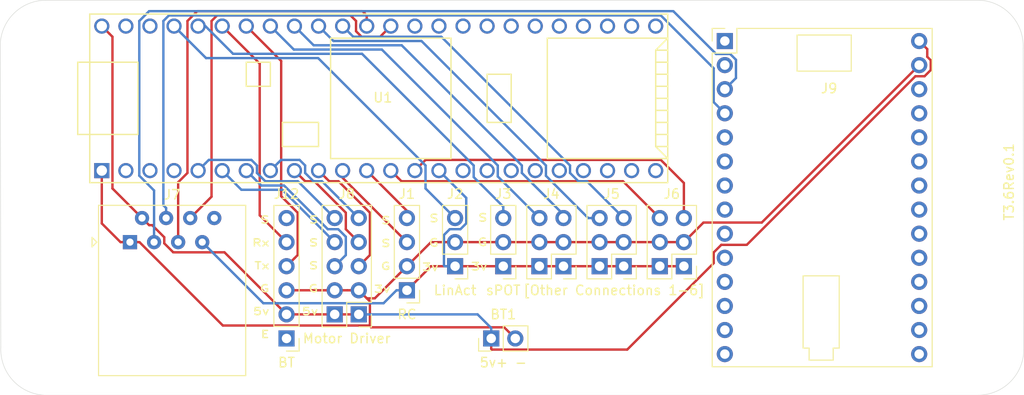
<source format=kicad_pcb>
(kicad_pcb (version 20171130) (host pcbnew "(5.1.2)-2")

  (general
    (thickness 1.6)
    (drawings 14)
    (tracks 220)
    (zones 0)
    (modules 16)
    (nets 78)
  )

  (page A4)
  (layers
    (0 F.Cu signal)
    (31 B.Cu signal)
    (32 B.Adhes user)
    (33 F.Adhes user)
    (34 B.Paste user)
    (35 F.Paste user)
    (36 B.SilkS user)
    (37 F.SilkS user)
    (38 B.Mask user)
    (39 F.Mask user)
    (40 Dwgs.User user)
    (41 Cmts.User user)
    (42 Eco1.User user)
    (43 Eco2.User user)
    (44 Edge.Cuts user)
    (45 Margin user)
    (46 B.CrtYd user)
    (47 F.CrtYd user hide)
    (48 B.Fab user)
    (49 F.Fab user hide)
  )

  (setup
    (last_trace_width 0.25)
    (trace_clearance 0.2)
    (zone_clearance 0.508)
    (zone_45_only no)
    (trace_min 0.2)
    (via_size 0.8)
    (via_drill 0.4)
    (via_min_size 0.4)
    (via_min_drill 0.3)
    (uvia_size 0.3)
    (uvia_drill 0.1)
    (uvias_allowed no)
    (uvia_min_size 0.2)
    (uvia_min_drill 0.1)
    (edge_width 0.05)
    (segment_width 0.2)
    (pcb_text_width 0.3)
    (pcb_text_size 1.5 1.5)
    (mod_edge_width 0.12)
    (mod_text_size 1 1)
    (mod_text_width 0.15)
    (pad_size 1.7 1.7)
    (pad_drill 1)
    (pad_to_mask_clearance 0.051)
    (solder_mask_min_width 0.25)
    (aux_axis_origin 0 0)
    (visible_elements 7FFFFFFF)
    (pcbplotparams
      (layerselection 0x010fc_ffffffff)
      (usegerberextensions false)
      (usegerberattributes false)
      (usegerberadvancedattributes false)
      (creategerberjobfile false)
      (excludeedgelayer true)
      (linewidth 0.100000)
      (plotframeref false)
      (viasonmask false)
      (mode 1)
      (useauxorigin false)
      (hpglpennumber 1)
      (hpglpenspeed 20)
      (hpglpendiameter 15.000000)
      (psnegative false)
      (psa4output false)
      (plotreference true)
      (plotvalue true)
      (plotinvisibletext false)
      (padsonsilk false)
      (subtractmaskfromsilk false)
      (outputformat 1)
      (mirror false)
      (drillshape 1)
      (scaleselection 1)
      (outputdirectory ""))
  )

  (net 0 "")
  (net 1 "Net-(J1-Pad3)")
  (net 2 "Net-(J1-Pad4)")
  (net 3 "Net-(J2-Pad3)")
  (net 4 "Net-(J3-Pad3)")
  (net 5 "Net-(J4-Pad6)")
  (net 6 "Net-(J5-Pad6)")
  (net 7 "Net-(J6-Pad6)")
  (net 8 "Net-(J7-Pad5)")
  (net 9 "Net-(J7-Pad6)")
  (net 10 "Net-(J7-Pad8)")
  (net 11 "Net-(J12-Pad1)")
  (net 12 "Net-(J12-Pad6)")
  (net 13 "Net-(U1-Pad17)")
  (net 14 "Net-(U1-Pad18)")
  (net 15 "Net-(U1-Pad19)")
  (net 16 "Net-(U1-Pad20)")
  (net 17 "Net-(U1-Pad16)")
  (net 18 "Net-(U1-Pad21)")
  (net 19 "Net-(U1-Pad22)")
  (net 20 "Net-(U1-Pad23)")
  (net 21 "Net-(U1-Pad24)")
  (net 22 "Net-(U1-Pad30)")
  (net 23 "Net-(U1-Pad31)")
  (net 24 "Net-(U1-Pad32)")
  (net 25 "Net-(U1-Pad33)")
  (net 26 "Net-(U1-Pad34)")
  (net 27 "Net-(U1-Pad35)")
  (net 28 "Net-(U1-Pad36)")
  (net 29 "Net-(U1-Pad37)")
  (net 30 "Net-(U1-Pad4)")
  (net 31 "Net-(U1-Pad3)")
  (net 32 "Net-(U1-Pad2)")
  (net 33 "Net-(U1-Pad38)")
  (net 34 "Net-(U1-Pad39)")
  (net 35 "Net-(U1-Pad40)")
  (net 36 "Net-(U1-Pad52)")
  (net 37 "Net-(J4-Pad5)")
  (net 38 "Net-(J5-Pad5)")
  (net 39 "Net-(J6-Pad5)")
  (net 40 "Net-(J8-Pad5)")
  (net 41 "Net-(J8-Pad6)")
  (net 42 "Net-(J8-Pad7)")
  (net 43 "Net-(J8-Pad8)")
  (net 44 "Net-(J8-Pad9)")
  (net 45 "Net-(J8-Pad10)")
  (net 46 "Net-(J12-Pad4)")
  (net 47 "Net-(J12-Pad5)")
  (net 48 "Net-(U1-Pad51)")
  (net 49 +5V)
  (net 50 GND)
  (net 51 +3V3)
  (net 52 "Net-(J7-Pad3)")
  (net 53 "Net-(J7-Pad4)")
  (net 54 "Net-(J9-Pad1)")
  (net 55 "Net-(J9-Pad3)")
  (net 56 "Net-(J9-Pad6)")
  (net 57 "Net-(J9-Pad8)")
  (net 58 "Net-(J9-Pad9)")
  (net 59 "Net-(J9-Pad10)")
  (net 60 "Net-(J9-Pad11)")
  (net 61 "Net-(J9-Pad12)")
  (net 62 "Net-(J9-Pad13)")
  (net 63 "Net-(J9-Pad14)")
  (net 64 "Net-(J9-Pad15)")
  (net 65 "Net-(J9-Pad16)")
  (net 66 "Net-(J9-Pad17)")
  (net 67 "Net-(J9-Pad18)")
  (net 68 "Net-(J9-Pad19)")
  (net 69 "Net-(J9-Pad20)")
  (net 70 "Net-(J9-Pad21)")
  (net 71 "Net-(J9-Pad22)")
  (net 72 "Net-(J9-Pad23)")
  (net 73 "Net-(J9-Pad24)")
  (net 74 "Net-(J9-Pad25)")
  (net 75 "Net-(J9-Pad26)")
  (net 76 "Net-(J9-Pad27)")
  (net 77 "Net-(J9-Pad28)")

  (net_class Default "This is the default net class."
    (clearance 0.2)
    (trace_width 0.25)
    (via_dia 0.8)
    (via_drill 0.4)
    (uvia_dia 0.3)
    (uvia_drill 0.1)
    (add_net +3V3)
    (add_net +5V)
    (add_net GND)
    (add_net "Net-(J1-Pad3)")
    (add_net "Net-(J1-Pad4)")
    (add_net "Net-(J12-Pad1)")
    (add_net "Net-(J12-Pad4)")
    (add_net "Net-(J12-Pad5)")
    (add_net "Net-(J12-Pad6)")
    (add_net "Net-(J2-Pad3)")
    (add_net "Net-(J3-Pad3)")
    (add_net "Net-(J4-Pad5)")
    (add_net "Net-(J4-Pad6)")
    (add_net "Net-(J5-Pad5)")
    (add_net "Net-(J5-Pad6)")
    (add_net "Net-(J6-Pad5)")
    (add_net "Net-(J6-Pad6)")
    (add_net "Net-(J7-Pad3)")
    (add_net "Net-(J7-Pad4)")
    (add_net "Net-(J7-Pad5)")
    (add_net "Net-(J7-Pad6)")
    (add_net "Net-(J7-Pad8)")
    (add_net "Net-(J8-Pad10)")
    (add_net "Net-(J8-Pad5)")
    (add_net "Net-(J8-Pad6)")
    (add_net "Net-(J8-Pad7)")
    (add_net "Net-(J8-Pad8)")
    (add_net "Net-(J8-Pad9)")
    (add_net "Net-(J9-Pad1)")
    (add_net "Net-(J9-Pad10)")
    (add_net "Net-(J9-Pad11)")
    (add_net "Net-(J9-Pad12)")
    (add_net "Net-(J9-Pad13)")
    (add_net "Net-(J9-Pad14)")
    (add_net "Net-(J9-Pad15)")
    (add_net "Net-(J9-Pad16)")
    (add_net "Net-(J9-Pad17)")
    (add_net "Net-(J9-Pad18)")
    (add_net "Net-(J9-Pad19)")
    (add_net "Net-(J9-Pad20)")
    (add_net "Net-(J9-Pad21)")
    (add_net "Net-(J9-Pad22)")
    (add_net "Net-(J9-Pad23)")
    (add_net "Net-(J9-Pad24)")
    (add_net "Net-(J9-Pad25)")
    (add_net "Net-(J9-Pad26)")
    (add_net "Net-(J9-Pad27)")
    (add_net "Net-(J9-Pad28)")
    (add_net "Net-(J9-Pad3)")
    (add_net "Net-(J9-Pad6)")
    (add_net "Net-(J9-Pad8)")
    (add_net "Net-(J9-Pad9)")
    (add_net "Net-(U1-Pad16)")
    (add_net "Net-(U1-Pad17)")
    (add_net "Net-(U1-Pad18)")
    (add_net "Net-(U1-Pad19)")
    (add_net "Net-(U1-Pad2)")
    (add_net "Net-(U1-Pad20)")
    (add_net "Net-(U1-Pad21)")
    (add_net "Net-(U1-Pad22)")
    (add_net "Net-(U1-Pad23)")
    (add_net "Net-(U1-Pad24)")
    (add_net "Net-(U1-Pad3)")
    (add_net "Net-(U1-Pad30)")
    (add_net "Net-(U1-Pad31)")
    (add_net "Net-(U1-Pad32)")
    (add_net "Net-(U1-Pad33)")
    (add_net "Net-(U1-Pad34)")
    (add_net "Net-(U1-Pad35)")
    (add_net "Net-(U1-Pad36)")
    (add_net "Net-(U1-Pad37)")
    (add_net "Net-(U1-Pad38)")
    (add_net "Net-(U1-Pad39)")
    (add_net "Net-(U1-Pad4)")
    (add_net "Net-(U1-Pad40)")
    (add_net "Net-(U1-Pad51)")
    (add_net "Net-(U1-Pad52)")
  )

  (module "Useful Modifications:FXSound_HeadPhone_2x14_P2.54mm" (layer F.Cu) (tedit 5D5F86ED) (tstamp 5D5FDB51)
    (at 180.848 77.851)
    (descr "Through hole straight pin header, 2x14, 2.54mm pitch, double rows")
    (tags "Through hole pin header THT 2x14 2.54mm double row")
    (path /5D70389A)
    (fp_text reference J9 (at 11 5) (layer F.SilkS)
      (effects (font (size 1 1) (thickness 0.15)))
    )
    (fp_text value FxSound (at 10.795 14.605) (layer F.Fab)
      (effects (font (size 1 1) (thickness 0.15)))
    )
    (fp_line (start 0 -1.27) (end 21.81 -1.27) (layer F.Fab) (width 0.1))
    (fp_line (start 21.81 -1.27) (end 21.81 34.29) (layer F.Fab) (width 0.1))
    (fp_line (start 21.81 34.29) (end -1.27 34.29) (layer F.Fab) (width 0.1))
    (fp_line (start -1.27 34.29) (end -1.27 0) (layer F.Fab) (width 0.1))
    (fp_line (start -1.27 0) (end 0 -1.27) (layer F.Fab) (width 0.1))
    (fp_line (start -1.33 34.35) (end 21.87 34.35) (layer F.SilkS) (width 0.12))
    (fp_line (start -1.33 1.27) (end -1.33 34.35) (layer F.SilkS) (width 0.12))
    (fp_line (start 21.87 -1.33) (end 21.87 34.35) (layer F.SilkS) (width 0.12))
    (fp_line (start -1.33 1.27) (end 1.27 1.27) (layer F.SilkS) (width 0.12))
    (fp_line (start 1.27 1.27) (end 1.27 -1.33) (layer F.SilkS) (width 0.12))
    (fp_line (start 1.27 -1.33) (end 21.87 -1.33) (layer F.SilkS) (width 0.12))
    (fp_line (start -1.33 0) (end -1.33 -1.33) (layer F.SilkS) (width 0.12))
    (fp_line (start -1.33 -1.33) (end 0 -1.33) (layer F.SilkS) (width 0.12))
    (fp_line (start -1.8 -2) (end -1.8 35) (layer F.CrtYd) (width 0.05))
    (fp_line (start -1.8 35) (end 22.35 35) (layer F.CrtYd) (width 0.05))
    (fp_line (start 22.35 35) (end 22.35 -2) (layer F.CrtYd) (width 0.05))
    (fp_line (start 22.35 -2) (end -1.8 -2) (layer F.CrtYd) (width 0.05))
    (fp_text user %R (at 1.778 17.018 90) (layer F.Fab)
      (effects (font (size 1 1) (thickness 0.15)))
    )
    (fp_line (start 8.255 24.765) (end 12.065 24.765) (layer F.SilkS) (width 0.12))
    (fp_line (start 8.255 24.765) (end 8.255 32.385) (layer F.SilkS) (width 0.12))
    (fp_line (start 8.255 32.385) (end 8.89 32.385) (layer F.SilkS) (width 0.12))
    (fp_line (start 8.89 32.385) (end 8.89 33.655) (layer F.SilkS) (width 0.12))
    (fp_line (start 12.065 24.765) (end 12.065 32.385) (layer F.SilkS) (width 0.12))
    (fp_line (start 11.43 32.385) (end 12.065 32.385) (layer F.SilkS) (width 0.12))
    (fp_line (start 11.43 32.385) (end 11.43 33.655) (layer F.SilkS) (width 0.12))
    (fp_line (start 8.89 33.655) (end 11.43 33.655) (layer F.SilkS) (width 0.12))
    (fp_line (start 7.62 -0.635) (end 13.335 -0.635) (layer F.SilkS) (width 0.12))
    (fp_line (start 13.335 -0.635) (end 13.335 3.175) (layer F.SilkS) (width 0.12))
    (fp_line (start 13.335 3.175) (end 7.62 3.175) (layer F.SilkS) (width 0.12))
    (fp_line (start 7.62 3.175) (end 7.62 -0.635) (layer F.SilkS) (width 0.12))
    (pad 1 thru_hole rect (at 0 0) (size 1.7 1.7) (drill 1) (layers *.Cu *.Mask)
      (net 54 "Net-(J9-Pad1)"))
    (pad 2 thru_hole oval (at 20.5 0) (size 1.7 1.7) (drill 1) (layers *.Cu *.Mask)
      (net 49 +5V))
    (pad 3 thru_hole oval (at 0 2.54) (size 1.7 1.7) (drill 1) (layers *.Cu *.Mask)
      (net 55 "Net-(J9-Pad3)"))
    (pad 4 thru_hole oval (at 20.5 2.54) (size 1.7 1.7) (drill 1) (layers *.Cu *.Mask)
      (net 50 GND))
    (pad 5 thru_hole oval (at 0 5.08) (size 1.7 1.7) (drill 1) (layers *.Cu *.Mask)
      (net 52 "Net-(J7-Pad3)"))
    (pad 6 thru_hole oval (at 20.5 5.08) (size 1.7 1.7) (drill 1) (layers *.Cu *.Mask)
      (net 56 "Net-(J9-Pad6)"))
    (pad 7 thru_hole oval (at 0 7.62) (size 1.7 1.7) (drill 1) (layers *.Cu *.Mask)
      (net 53 "Net-(J7-Pad4)"))
    (pad 8 thru_hole oval (at 20.5 7.62) (size 1.7 1.7) (drill 1) (layers *.Cu *.Mask)
      (net 57 "Net-(J9-Pad8)"))
    (pad 9 thru_hole oval (at 0 10.16) (size 1.7 1.7) (drill 1) (layers *.Cu *.Mask)
      (net 58 "Net-(J9-Pad9)"))
    (pad 10 thru_hole oval (at 20.5 10.16) (size 1.7 1.7) (drill 1) (layers *.Cu *.Mask)
      (net 59 "Net-(J9-Pad10)"))
    (pad 11 thru_hole oval (at 0 12.7) (size 1.7 1.7) (drill 1) (layers *.Cu *.Mask)
      (net 60 "Net-(J9-Pad11)"))
    (pad 12 thru_hole oval (at 20.5 12.7) (size 1.7 1.7) (drill 1) (layers *.Cu *.Mask)
      (net 61 "Net-(J9-Pad12)"))
    (pad 13 thru_hole oval (at 0 15.24) (size 1.7 1.7) (drill 1) (layers *.Cu *.Mask)
      (net 62 "Net-(J9-Pad13)"))
    (pad 14 thru_hole oval (at 20.5 15.24) (size 1.7 1.7) (drill 1) (layers *.Cu *.Mask)
      (net 63 "Net-(J9-Pad14)"))
    (pad 15 thru_hole oval (at 0 17.78) (size 1.7 1.7) (drill 1) (layers *.Cu *.Mask)
      (net 64 "Net-(J9-Pad15)"))
    (pad 16 thru_hole oval (at 20.5 17.78) (size 1.7 1.7) (drill 1) (layers *.Cu *.Mask)
      (net 65 "Net-(J9-Pad16)"))
    (pad 17 thru_hole oval (at 0 20.32) (size 1.7 1.7) (drill 1) (layers *.Cu *.Mask)
      (net 66 "Net-(J9-Pad17)"))
    (pad 18 thru_hole oval (at 20.5 20.32) (size 1.7 1.7) (drill 1) (layers *.Cu *.Mask)
      (net 67 "Net-(J9-Pad18)"))
    (pad 19 thru_hole oval (at 0 22.86) (size 1.7 1.7) (drill 1) (layers *.Cu *.Mask)
      (net 68 "Net-(J9-Pad19)"))
    (pad 20 thru_hole oval (at 20.5 22.86) (size 1.7 1.7) (drill 1) (layers *.Cu *.Mask)
      (net 69 "Net-(J9-Pad20)"))
    (pad 21 thru_hole oval (at 0 25.4) (size 1.7 1.7) (drill 1) (layers *.Cu *.Mask)
      (net 70 "Net-(J9-Pad21)"))
    (pad 22 thru_hole oval (at 20.5 25.4) (size 1.7 1.7) (drill 1) (layers *.Cu *.Mask)
      (net 71 "Net-(J9-Pad22)"))
    (pad 23 thru_hole oval (at 0 27.94) (size 1.7 1.7) (drill 1) (layers *.Cu *.Mask)
      (net 72 "Net-(J9-Pad23)"))
    (pad 24 thru_hole oval (at 20.5 27.94) (size 1.7 1.7) (drill 1) (layers *.Cu *.Mask)
      (net 73 "Net-(J9-Pad24)"))
    (pad 25 thru_hole oval (at 0 30.48) (size 1.7 1.7) (drill 1) (layers *.Cu *.Mask)
      (net 74 "Net-(J9-Pad25)"))
    (pad 26 thru_hole oval (at 20.5 30.48) (size 1.7 1.7) (drill 1) (layers *.Cu *.Mask)
      (net 75 "Net-(J9-Pad26)"))
    (pad 27 thru_hole oval (at 0 33.02) (size 1.7 1.7) (drill 1) (layers *.Cu *.Mask)
      (net 76 "Net-(J9-Pad27)"))
    (pad 28 thru_hole oval (at 20.5 33.02) (size 1.7 1.7) (drill 1) (layers *.Cu *.Mask)
      (net 77 "Net-(J9-Pad28)"))
    (model ${KISYS3DMOD}/Connector_PinHeader_2.54mm.3dshapes/PinHeader_2x14_P2.54mm_Vertical.wrl
      (at (xyz 0 0 0))
      (scale (xyz 1 1 1))
      (rotate (xyz 0 0 0))
    )
  )

  (module MountingHole:MountingHole_3mm (layer F.Cu) (tedit 56D1B4CB) (tstamp 5D603036)
    (at 109.252 110.374 180)
    (descr "Mounting Hole 3mm, no annular")
    (tags "mounting hole 3mm no annular")
    (attr virtual)
    (fp_text reference "" (at 0 -4) (layer F.SilkS)
      (effects (font (size 1 1) (thickness 0.15)))
    )
    (fp_text value "" (at 0 4) (layer F.Fab)
      (effects (font (size 1 1) (thickness 0.15)))
    )
    (fp_text user %R (at 0.3 0) (layer F.Fab)
      (effects (font (size 1 1) (thickness 0.15)))
    )
    (fp_circle (center 0 0) (end 3 0) (layer Cmts.User) (width 0.15))
    (fp_circle (center 0 0) (end 3.25 0) (layer F.CrtYd) (width 0.05))
    (pad 1 np_thru_hole circle (at 0 0 180) (size 3 3) (drill 3) (layers *.Cu *.Mask))
  )

  (module MountingHole:MountingHole_3mm (layer F.Cu) (tedit 56D1B4CB) (tstamp 5D60302F)
    (at 207.552 110.374 180)
    (descr "Mounting Hole 3mm, no annular")
    (tags "mounting hole 3mm no annular")
    (attr virtual)
    (fp_text reference "" (at 0 -4) (layer F.SilkS)
      (effects (font (size 1 1) (thickness 0.15)))
    )
    (fp_text value "" (at 0 4) (layer F.Fab)
      (effects (font (size 1 1) (thickness 0.15)))
    )
    (fp_text user %R (at 0.3 0) (layer F.Fab)
      (effects (font (size 1 1) (thickness 0.15)))
    )
    (fp_circle (center 0 0) (end 3 0) (layer Cmts.User) (width 0.15))
    (fp_circle (center 0 0) (end 3.25 0) (layer F.CrtYd) (width 0.05))
    (pad 1 np_thru_hole circle (at 0 0 180) (size 3 3) (drill 3) (layers *.Cu *.Mask))
  )

  (module MountingHole:MountingHole_3mm (layer F.Cu) (tedit 56D1B4CB) (tstamp 5D5FE2A2)
    (at 207.552 78.374)
    (descr "Mounting Hole 3mm, no annular")
    (tags "mounting hole 3mm no annular")
    (attr virtual)
    (fp_text reference "" (at 0 -4) (layer F.SilkS)
      (effects (font (size 1 1) (thickness 0.15)))
    )
    (fp_text value "" (at 0 4) (layer F.Fab)
      (effects (font (size 1 1) (thickness 0.15)))
    )
    (fp_circle (center 0 0) (end 3.25 0) (layer F.CrtYd) (width 0.05))
    (fp_circle (center 0 0) (end 3 0) (layer Cmts.User) (width 0.15))
    (fp_text user %R (at 0.3 0) (layer F.Fab)
      (effects (font (size 1 1) (thickness 0.15)))
    )
    (pad 1 np_thru_hole circle (at 0 0) (size 3 3) (drill 3) (layers *.Cu *.Mask))
  )

  (module MountingHole:MountingHole_3mm (layer F.Cu) (tedit 56D1B4CB) (tstamp 5D5FE278)
    (at 109.252 78.374)
    (descr "Mounting Hole 3mm, no annular")
    (tags "mounting hole 3mm no annular")
    (attr virtual)
    (fp_text reference "" (at 0 -4) (layer F.SilkS)
      (effects (font (size 1 1) (thickness 0.15)))
    )
    (fp_text value "" (at 0 4) (layer F.Fab)
      (effects (font (size 1 1) (thickness 0.15)))
    )
    (fp_circle (center 0 0) (end 3.25 0) (layer F.CrtYd) (width 0.05))
    (fp_circle (center 0 0) (end 3 0) (layer Cmts.User) (width 0.15))
    (fp_text user %R (at 0.3 0) (layer F.Fab)
      (effects (font (size 1 1) (thickness 0.15)))
    )
    (pad 1 np_thru_hole circle (at 0 0) (size 3 3) (drill 3) (layers *.Cu *.Mask))
  )

  (module Connector_RJ:RJ45_Amphenol_54602-x08_Horizontal (layer F.Cu) (tedit 5B103613) (tstamp 5D59FB3C)
    (at 118.11 99.06)
    (descr "8 Pol Shallow Latch Connector, Modjack, RJ45 (https://cdn.amphenol-icc.com/media/wysiwyg/files/drawing/c-bmj-0102.pdf)")
    (tags RJ45)
    (path /5D627B3B)
    (fp_text reference J7 (at 4.445 -5) (layer F.SilkS)
      (effects (font (size 1 1) (thickness 0.15)))
    )
    (fp_text value 8P8C (at 4.445 4) (layer F.Fab)
      (effects (font (size 1 1) (thickness 0.15)))
    )
    (fp_text user %R (at 4.445 2 270) (layer F.Fab)
      (effects (font (size 1 1) (thickness 0.15)))
    )
    (fp_line (start -4 0.5) (end -3.5 0) (layer F.SilkS) (width 0.12))
    (fp_line (start -4 -0.5) (end -4 0.5) (layer F.SilkS) (width 0.12))
    (fp_line (start -3.5 0) (end -4 -0.5) (layer F.SilkS) (width 0.12))
    (fp_line (start -3.205 13.97) (end -3.205 -2.77) (layer F.Fab) (width 0.12))
    (fp_line (start 12.095 13.97) (end -3.205 13.97) (layer F.Fab) (width 0.12))
    (fp_line (start 12.095 -3.77) (end 12.095 13.97) (layer F.Fab) (width 0.12))
    (fp_line (start -2.205 -3.77) (end 12.095 -3.77) (layer F.Fab) (width 0.12))
    (fp_line (start -3.205 -2.77) (end -2.205 -3.77) (layer F.Fab) (width 0.12))
    (fp_line (start -3.315 14.08) (end 12.205 14.08) (layer F.SilkS) (width 0.12))
    (fp_line (start 12.205 -3.88) (end 12.205 14.08) (layer F.SilkS) (width 0.12))
    (fp_line (start 12.205 -3.88) (end -3.315 -3.88) (layer F.SilkS) (width 0.12))
    (fp_line (start -3.315 -3.88) (end -3.315 14.08) (layer F.SilkS) (width 0.12))
    (fp_line (start -3.71 -4.27) (end 12.6 -4.27) (layer F.CrtYd) (width 0.05))
    (fp_line (start -3.71 -4.27) (end -3.71 14.47) (layer F.CrtYd) (width 0.05))
    (fp_line (start 12.6 14.47) (end 12.6 -4.27) (layer F.CrtYd) (width 0.05))
    (fp_line (start 12.6 14.47) (end -3.71 14.47) (layer F.CrtYd) (width 0.05))
    (pad "" np_thru_hole circle (at 10.16 6.35) (size 3.2 3.2) (drill 3.2) (layers *.Cu *.Mask))
    (pad "" np_thru_hole circle (at -1.27 6.35) (size 3.2 3.2) (drill 3.2) (layers *.Cu *.Mask))
    (pad 1 thru_hole rect (at 0 0) (size 1.5 1.5) (drill 0.76) (layers *.Cu *.Mask)
      (net 50 GND))
    (pad 2 thru_hole circle (at 1.27 -2.54) (size 1.5 1.5) (drill 0.76) (layers *.Cu *.Mask)
      (net 49 +5V))
    (pad 3 thru_hole circle (at 2.54 0) (size 1.5 1.5) (drill 0.76) (layers *.Cu *.Mask)
      (net 52 "Net-(J7-Pad3)"))
    (pad 4 thru_hole circle (at 3.81 -2.54) (size 1.5 1.5) (drill 0.76) (layers *.Cu *.Mask)
      (net 53 "Net-(J7-Pad4)"))
    (pad 5 thru_hole circle (at 5.08 0) (size 1.5 1.5) (drill 0.76) (layers *.Cu *.Mask)
      (net 8 "Net-(J7-Pad5)"))
    (pad 6 thru_hole circle (at 6.35 -2.54) (size 1.5 1.5) (drill 0.76) (layers *.Cu *.Mask)
      (net 9 "Net-(J7-Pad6)"))
    (pad 7 thru_hole circle (at 7.62 0) (size 1.5 1.5) (drill 0.76) (layers *.Cu *.Mask)
      (net 51 +3V3))
    (pad 8 thru_hole circle (at 8.89 -2.54) (size 1.5 1.5) (drill 0.76) (layers *.Cu *.Mask)
      (net 10 "Net-(J7-Pad8)"))
    (model ${KISYS3DMOD}/Connector_RJ.3dshapes/RJ45_Amphenol_54602-x08_Horizontal.wrl
      (at (xyz 0 0 0))
      (scale (xyz 1 1 1))
      (rotate (xyz 0 0 0))
    )
  )

  (module Connector_PinHeader_2.54mm:PinHeader_2x03_P2.54mm_Vertical (layer F.Cu) (tedit 5D61AE22) (tstamp 5D59FB1D)
    (at 176.53 101.6 180)
    (descr "Through hole straight pin header, 2x03, 2.54mm pitch, double rows")
    (tags "Through hole pin header THT 2x03 2.54mm double row")
    (path /5D969CEB)
    (fp_text reference J6 (at 1.27 7.62 180) (layer F.SilkS)
      (effects (font (size 1 1) (thickness 0.15)))
    )
    (fp_text value "" (at 1.27 7.41 180) (layer F.Fab) hide
      (effects (font (size 1 1) (thickness 0.15)))
    )
    (fp_text user %R (at 1.27 2.54 270) (layer F.Fab)
      (effects (font (size 1 1) (thickness 0.15)))
    )
    (fp_line (start 4.35 -1.8) (end -1.8 -1.8) (layer F.CrtYd) (width 0.05))
    (fp_line (start 4.35 6.85) (end 4.35 -1.8) (layer F.CrtYd) (width 0.05))
    (fp_line (start -1.8 6.85) (end 4.35 6.85) (layer F.CrtYd) (width 0.05))
    (fp_line (start -1.8 -1.8) (end -1.8 6.85) (layer F.CrtYd) (width 0.05))
    (fp_line (start -1.33 -1.33) (end 0 -1.33) (layer F.SilkS) (width 0.12))
    (fp_line (start -1.33 0) (end -1.33 -1.33) (layer F.SilkS) (width 0.12))
    (fp_line (start 1.27 -1.33) (end 3.87 -1.33) (layer F.SilkS) (width 0.12))
    (fp_line (start 1.27 1.27) (end 1.27 -1.33) (layer F.SilkS) (width 0.12))
    (fp_line (start -1.33 1.27) (end 1.27 1.27) (layer F.SilkS) (width 0.12))
    (fp_line (start 3.87 -1.33) (end 3.87 6.41) (layer F.SilkS) (width 0.12))
    (fp_line (start -1.33 1.27) (end -1.33 6.41) (layer F.SilkS) (width 0.12))
    (fp_line (start -1.33 6.41) (end 3.87 6.41) (layer F.SilkS) (width 0.12))
    (fp_line (start -1.27 0) (end 0 -1.27) (layer F.Fab) (width 0.1))
    (fp_line (start -1.27 6.35) (end -1.27 0) (layer F.Fab) (width 0.1))
    (fp_line (start 3.81 6.35) (end -1.27 6.35) (layer F.Fab) (width 0.1))
    (fp_line (start 3.81 -1.27) (end 3.81 6.35) (layer F.Fab) (width 0.1))
    (fp_line (start 0 -1.27) (end 3.81 -1.27) (layer F.Fab) (width 0.1))
    (pad 6 thru_hole oval (at 2.54 5.08 180) (size 1.7 1.7) (drill 1) (layers *.Cu *.Mask)
      (net 7 "Net-(J6-Pad6)"))
    (pad 5 thru_hole oval (at 0 5.08 180) (size 1.7 1.7) (drill 1) (layers *.Cu *.Mask)
      (net 39 "Net-(J6-Pad5)"))
    (pad 4 thru_hole oval (at 2.54 2.54 180) (size 1.7 1.7) (drill 1) (layers *.Cu *.Mask)
      (net 50 GND))
    (pad 3 thru_hole oval (at 0 2.54 180) (size 1.7 1.7) (drill 1) (layers *.Cu *.Mask)
      (net 50 GND))
    (pad 2 thru_hole rect (at 2.54 0 180) (size 1.7 1.7) (drill 1) (layers *.Cu *.Mask)
      (net 51 +3V3))
    (pad 1 thru_hole rect (at 0 0 180) (size 1.7 1.7) (drill 1) (layers *.Cu *.Mask)
      (net 51 +3V3))
    (model ${KISYS3DMOD}/Connector_PinHeader_2.54mm.3dshapes/PinHeader_2x03_P2.54mm_Vertical.wrl
      (at (xyz 0 0 0))
      (scale (xyz 1 1 1))
      (rotate (xyz 0 0 0))
    )
  )

  (module Connector_PinHeader_2.54mm:PinHeader_2x03_P2.54mm_Vertical (layer F.Cu) (tedit 5D61AE1A) (tstamp 5D59FB01)
    (at 170.18 101.6 180)
    (descr "Through hole straight pin header, 2x03, 2.54mm pitch, double rows")
    (tags "Through hole pin header THT 2x03 2.54mm double row")
    (path /5D9598A7)
    (fp_text reference J5 (at 1.27 7.62 180) (layer F.SilkS)
      (effects (font (size 1 1) (thickness 0.15)))
    )
    (fp_text value "[Other Connections 1-6]" (at 1.016 -2.54 180) (layer F.SilkS)
      (effects (font (size 1 1) (thickness 0.15)))
    )
    (fp_text user %R (at 1.27 2.54 270) (layer F.Fab)
      (effects (font (size 1 1) (thickness 0.15)))
    )
    (fp_line (start 4.35 -1.8) (end -1.8 -1.8) (layer F.CrtYd) (width 0.05))
    (fp_line (start 4.35 6.85) (end 4.35 -1.8) (layer F.CrtYd) (width 0.05))
    (fp_line (start -1.8 6.85) (end 4.35 6.85) (layer F.CrtYd) (width 0.05))
    (fp_line (start -1.8 -1.8) (end -1.8 6.85) (layer F.CrtYd) (width 0.05))
    (fp_line (start -1.33 -1.33) (end 0 -1.33) (layer F.SilkS) (width 0.12))
    (fp_line (start -1.33 0) (end -1.33 -1.33) (layer F.SilkS) (width 0.12))
    (fp_line (start 1.27 -1.33) (end 3.87 -1.33) (layer F.SilkS) (width 0.12))
    (fp_line (start 1.27 1.27) (end 1.27 -1.33) (layer F.SilkS) (width 0.12))
    (fp_line (start -1.33 1.27) (end 1.27 1.27) (layer F.SilkS) (width 0.12))
    (fp_line (start 3.87 -1.33) (end 3.87 6.41) (layer F.SilkS) (width 0.12))
    (fp_line (start -1.33 1.27) (end -1.33 6.41) (layer F.SilkS) (width 0.12))
    (fp_line (start -1.33 6.41) (end 3.87 6.41) (layer F.SilkS) (width 0.12))
    (fp_line (start -1.27 0) (end 0 -1.27) (layer F.Fab) (width 0.1))
    (fp_line (start -1.27 6.35) (end -1.27 0) (layer F.Fab) (width 0.1))
    (fp_line (start 3.81 6.35) (end -1.27 6.35) (layer F.Fab) (width 0.1))
    (fp_line (start 3.81 -1.27) (end 3.81 6.35) (layer F.Fab) (width 0.1))
    (fp_line (start 0 -1.27) (end 3.81 -1.27) (layer F.Fab) (width 0.1))
    (pad 6 thru_hole oval (at 2.54 5.08 180) (size 1.7 1.7) (drill 1) (layers *.Cu *.Mask)
      (net 6 "Net-(J5-Pad6)"))
    (pad 5 thru_hole oval (at 0 5.08 180) (size 1.7 1.7) (drill 1) (layers *.Cu *.Mask)
      (net 38 "Net-(J5-Pad5)"))
    (pad 4 thru_hole oval (at 2.54 2.54 180) (size 1.7 1.7) (drill 1) (layers *.Cu *.Mask)
      (net 50 GND))
    (pad 3 thru_hole oval (at 0 2.54 180) (size 1.7 1.7) (drill 1) (layers *.Cu *.Mask)
      (net 50 GND))
    (pad 2 thru_hole rect (at 2.54 0 180) (size 1.7 1.7) (drill 1) (layers *.Cu *.Mask)
      (net 51 +3V3))
    (pad 1 thru_hole rect (at 0 0 180) (size 1.7 1.7) (drill 1) (layers *.Cu *.Mask)
      (net 51 +3V3))
    (model ${KISYS3DMOD}/Connector_PinHeader_2.54mm.3dshapes/PinHeader_2x03_P2.54mm_Vertical.wrl
      (at (xyz 0 0 0))
      (scale (xyz 1 1 1))
      (rotate (xyz 0 0 0))
    )
  )

  (module Connector_PinHeader_2.54mm:PinHeader_2x03_P2.54mm_Vertical (layer F.Cu) (tedit 5D61AE2E) (tstamp 5D59FAE5)
    (at 163.83 101.6 180)
    (descr "Through hole straight pin header, 2x03, 2.54mm pitch, double rows")
    (tags "Through hole pin header THT 2x03 2.54mm double row")
    (path /5D94A27B)
    (fp_text reference J4 (at 1.27 7.62 180) (layer F.SilkS)
      (effects (font (size 1 1) (thickness 0.15)))
    )
    (fp_text value "" (at 1.27 7.41 180) (layer F.Fab) hide
      (effects (font (size 1 1) (thickness 0.15)))
    )
    (fp_line (start 0 -1.27) (end 3.81 -1.27) (layer F.Fab) (width 0.1))
    (fp_line (start 3.81 -1.27) (end 3.81 6.35) (layer F.Fab) (width 0.1))
    (fp_line (start 3.81 6.35) (end -1.27 6.35) (layer F.Fab) (width 0.1))
    (fp_line (start -1.27 6.35) (end -1.27 0) (layer F.Fab) (width 0.1))
    (fp_line (start -1.27 0) (end 0 -1.27) (layer F.Fab) (width 0.1))
    (fp_line (start -1.33 6.41) (end 3.87 6.41) (layer F.SilkS) (width 0.12))
    (fp_line (start -1.33 1.27) (end -1.33 6.41) (layer F.SilkS) (width 0.12))
    (fp_line (start 3.87 -1.33) (end 3.87 6.41) (layer F.SilkS) (width 0.12))
    (fp_line (start -1.33 1.27) (end 1.27 1.27) (layer F.SilkS) (width 0.12))
    (fp_line (start 1.27 1.27) (end 1.27 -1.33) (layer F.SilkS) (width 0.12))
    (fp_line (start 1.27 -1.33) (end 3.87 -1.33) (layer F.SilkS) (width 0.12))
    (fp_line (start -1.33 0) (end -1.33 -1.33) (layer F.SilkS) (width 0.12))
    (fp_line (start -1.33 -1.33) (end 0 -1.33) (layer F.SilkS) (width 0.12))
    (fp_line (start -1.8 -1.8) (end -1.8 6.85) (layer F.CrtYd) (width 0.05))
    (fp_line (start -1.8 6.85) (end 4.35 6.85) (layer F.CrtYd) (width 0.05))
    (fp_line (start 4.35 6.85) (end 4.35 -1.8) (layer F.CrtYd) (width 0.05))
    (fp_line (start 4.35 -1.8) (end -1.8 -1.8) (layer F.CrtYd) (width 0.05))
    (fp_text user %R (at 1.27 2.54 270) (layer F.Fab)
      (effects (font (size 1 1) (thickness 0.15)))
    )
    (pad 1 thru_hole rect (at 0 0 180) (size 1.7 1.7) (drill 1) (layers *.Cu *.Mask)
      (net 51 +3V3))
    (pad 2 thru_hole rect (at 2.54 0 180) (size 1.7 1.7) (drill 1) (layers *.Cu *.Mask)
      (net 51 +3V3))
    (pad 3 thru_hole oval (at 0 2.54 180) (size 1.7 1.7) (drill 1) (layers *.Cu *.Mask)
      (net 50 GND))
    (pad 4 thru_hole oval (at 2.54 2.54 180) (size 1.7 1.7) (drill 1) (layers *.Cu *.Mask)
      (net 50 GND))
    (pad 5 thru_hole oval (at 0 5.08 180) (size 1.7 1.7) (drill 1) (layers *.Cu *.Mask)
      (net 37 "Net-(J4-Pad5)"))
    (pad 6 thru_hole oval (at 2.54 5.08 180) (size 1.7 1.7) (drill 1) (layers *.Cu *.Mask)
      (net 5 "Net-(J4-Pad6)"))
    (model ${KISYS3DMOD}/Connector_PinHeader_2.54mm.3dshapes/PinHeader_2x03_P2.54mm_Vertical.wrl
      (at (xyz 0 0 0))
      (scale (xyz 1 1 1))
      (rotate (xyz 0 0 0))
    )
  )

  (module Connector_PinHeader_2.54mm:PinHeader_1x03_P2.54mm_Vertical (layer F.Cu) (tedit 5D589E32) (tstamp 5D59FAC9)
    (at 157.48 101.6 180)
    (descr "Through hole straight pin header, 1x03, 2.54mm pitch, single row")
    (tags "Through hole pin header THT 1x03 2.54mm single row")
    (path /5D5C3369)
    (fp_text reference J3 (at 0 7.62 180) (layer F.SilkS)
      (effects (font (size 1 1) (thickness 0.15)))
    )
    (fp_text value sPOT (at 0 -2.54 180) (layer F.SilkS)
      (effects (font (size 1 1) (thickness 0.15)))
    )
    (fp_text user %R (at 0 2.54 270) (layer F.Fab)
      (effects (font (size 1 1) (thickness 0.15)))
    )
    (fp_line (start 1.8 -1.8) (end -1.8 -1.8) (layer F.CrtYd) (width 0.05))
    (fp_line (start 1.8 6.85) (end 1.8 -1.8) (layer F.CrtYd) (width 0.05))
    (fp_line (start -1.8 6.85) (end 1.8 6.85) (layer F.CrtYd) (width 0.05))
    (fp_line (start -1.8 -1.8) (end -1.8 6.85) (layer F.CrtYd) (width 0.05))
    (fp_line (start -1.33 -1.33) (end 0 -1.33) (layer F.SilkS) (width 0.12))
    (fp_line (start -1.33 0) (end -1.33 -1.33) (layer F.SilkS) (width 0.12))
    (fp_line (start -1.33 1.27) (end 1.33 1.27) (layer F.SilkS) (width 0.12))
    (fp_line (start 1.33 1.27) (end 1.33 6.41) (layer F.SilkS) (width 0.12))
    (fp_line (start -1.33 1.27) (end -1.33 6.41) (layer F.SilkS) (width 0.12))
    (fp_line (start -1.33 6.41) (end 1.33 6.41) (layer F.SilkS) (width 0.12))
    (fp_line (start -1.27 -0.635) (end -0.635 -1.27) (layer F.Fab) (width 0.1))
    (fp_line (start -1.27 6.35) (end -1.27 -0.635) (layer F.Fab) (width 0.1))
    (fp_line (start 1.27 6.35) (end -1.27 6.35) (layer F.Fab) (width 0.1))
    (fp_line (start 1.27 -1.27) (end 1.27 6.35) (layer F.Fab) (width 0.1))
    (fp_line (start -0.635 -1.27) (end 1.27 -1.27) (layer F.Fab) (width 0.1))
    (pad 3 thru_hole oval (at 0 5.08 180) (size 1.7 1.7) (drill 1) (layers *.Cu *.Mask)
      (net 4 "Net-(J3-Pad3)"))
    (pad 2 thru_hole oval (at 0 2.54 180) (size 1.7 1.7) (drill 1) (layers *.Cu *.Mask)
      (net 50 GND))
    (pad 1 thru_hole rect (at 0 0 180) (size 1.7 1.7) (drill 1) (layers *.Cu *.Mask)
      (net 51 +3V3))
    (model ${KISYS3DMOD}/Connector_PinHeader_2.54mm.3dshapes/PinHeader_1x03_P2.54mm_Vertical.wrl
      (at (xyz 0 0 0))
      (scale (xyz 1 1 1))
      (rotate (xyz 0 0 0))
    )
  )

  (module Connector_PinHeader_2.54mm:PinHeader_1x03_P2.54mm_Vertical (layer F.Cu) (tedit 5D589E27) (tstamp 5D59FAB2)
    (at 152.4 101.6 180)
    (descr "Through hole straight pin header, 1x03, 2.54mm pitch, single row")
    (tags "Through hole pin header THT 1x03 2.54mm single row")
    (path /5D5BCD6A)
    (fp_text reference J2 (at 0 7.62 180) (layer F.SilkS)
      (effects (font (size 1 1) (thickness 0.15)))
    )
    (fp_text value LinAct (at 0 -2.54 180) (layer F.SilkS)
      (effects (font (size 1 1) (thickness 0.15)))
    )
    (fp_line (start -0.635 -1.27) (end 1.27 -1.27) (layer F.Fab) (width 0.1))
    (fp_line (start 1.27 -1.27) (end 1.27 6.35) (layer F.Fab) (width 0.1))
    (fp_line (start 1.27 6.35) (end -1.27 6.35) (layer F.Fab) (width 0.1))
    (fp_line (start -1.27 6.35) (end -1.27 -0.635) (layer F.Fab) (width 0.1))
    (fp_line (start -1.27 -0.635) (end -0.635 -1.27) (layer F.Fab) (width 0.1))
    (fp_line (start -1.33 6.41) (end 1.33 6.41) (layer F.SilkS) (width 0.12))
    (fp_line (start -1.33 1.27) (end -1.33 6.41) (layer F.SilkS) (width 0.12))
    (fp_line (start 1.33 1.27) (end 1.33 6.41) (layer F.SilkS) (width 0.12))
    (fp_line (start -1.33 1.27) (end 1.33 1.27) (layer F.SilkS) (width 0.12))
    (fp_line (start -1.33 0) (end -1.33 -1.33) (layer F.SilkS) (width 0.12))
    (fp_line (start -1.33 -1.33) (end 0 -1.33) (layer F.SilkS) (width 0.12))
    (fp_line (start -1.8 -1.8) (end -1.8 6.85) (layer F.CrtYd) (width 0.05))
    (fp_line (start -1.8 6.85) (end 1.8 6.85) (layer F.CrtYd) (width 0.05))
    (fp_line (start 1.8 6.85) (end 1.8 -1.8) (layer F.CrtYd) (width 0.05))
    (fp_line (start 1.8 -1.8) (end -1.8 -1.8) (layer F.CrtYd) (width 0.05))
    (fp_text user %R (at 0 2.54 270) (layer F.Fab)
      (effects (font (size 1 1) (thickness 0.15)))
    )
    (pad 1 thru_hole rect (at 0 0 180) (size 1.7 1.7) (drill 1) (layers *.Cu *.Mask)
      (net 51 +3V3))
    (pad 2 thru_hole oval (at 0 2.54 180) (size 1.7 1.7) (drill 1) (layers *.Cu *.Mask)
      (net 50 GND))
    (pad 3 thru_hole oval (at 0 5.08 180) (size 1.7 1.7) (drill 1) (layers *.Cu *.Mask)
      (net 3 "Net-(J2-Pad3)"))
    (model ${KISYS3DMOD}/Connector_PinHeader_2.54mm.3dshapes/PinHeader_1x03_P2.54mm_Vertical.wrl
      (at (xyz 0 0 0))
      (scale (xyz 1 1 1))
      (rotate (xyz 0 0 0))
    )
  )

  (module Connector_PinHeader_2.54mm:PinHeader_1x04_P2.54mm_Vertical (layer F.Cu) (tedit 5D589E1C) (tstamp 5D59FA9B)
    (at 147.32 104.14 180)
    (descr "Through hole straight pin header, 1x04, 2.54mm pitch, single row")
    (tags "Through hole pin header THT 1x04 2.54mm single row")
    (path /5D5BB7A8)
    (fp_text reference J1 (at 0 10.16 180) (layer F.SilkS)
      (effects (font (size 1 1) (thickness 0.15)))
    )
    (fp_text value RC (at 0 -2.54 180) (layer F.SilkS)
      (effects (font (size 1 1) (thickness 0.15)))
    )
    (fp_line (start -0.635 -1.27) (end 1.27 -1.27) (layer F.Fab) (width 0.1))
    (fp_line (start 1.27 -1.27) (end 1.27 8.89) (layer F.Fab) (width 0.1))
    (fp_line (start 1.27 8.89) (end -1.27 8.89) (layer F.Fab) (width 0.1))
    (fp_line (start -1.27 8.89) (end -1.27 -0.635) (layer F.Fab) (width 0.1))
    (fp_line (start -1.27 -0.635) (end -0.635 -1.27) (layer F.Fab) (width 0.1))
    (fp_line (start -1.33 8.95) (end 1.33 8.95) (layer F.SilkS) (width 0.12))
    (fp_line (start -1.33 1.27) (end -1.33 8.95) (layer F.SilkS) (width 0.12))
    (fp_line (start 1.33 1.27) (end 1.33 8.95) (layer F.SilkS) (width 0.12))
    (fp_line (start -1.33 1.27) (end 1.33 1.27) (layer F.SilkS) (width 0.12))
    (fp_line (start -1.33 0) (end -1.33 -1.33) (layer F.SilkS) (width 0.12))
    (fp_line (start -1.33 -1.33) (end 0 -1.33) (layer F.SilkS) (width 0.12))
    (fp_line (start -1.8 -1.8) (end -1.8 9.4) (layer F.CrtYd) (width 0.05))
    (fp_line (start -1.8 9.4) (end 1.8 9.4) (layer F.CrtYd) (width 0.05))
    (fp_line (start 1.8 9.4) (end 1.8 -1.8) (layer F.CrtYd) (width 0.05))
    (fp_line (start 1.8 -1.8) (end -1.8 -1.8) (layer F.CrtYd) (width 0.05))
    (fp_text user %R (at 0 3.81 270) (layer F.Fab)
      (effects (font (size 1 1) (thickness 0.15)))
    )
    (pad 1 thru_hole rect (at 0 0 180) (size 1.7 1.7) (drill 1) (layers *.Cu *.Mask)
      (net 51 +3V3))
    (pad 2 thru_hole oval (at 0 2.54 180) (size 1.7 1.7) (drill 1) (layers *.Cu *.Mask)
      (net 50 GND))
    (pad 3 thru_hole oval (at 0 5.08 180) (size 1.7 1.7) (drill 1) (layers *.Cu *.Mask)
      (net 1 "Net-(J1-Pad3)"))
    (pad 4 thru_hole oval (at 0 7.62 180) (size 1.7 1.7) (drill 1) (layers *.Cu *.Mask)
      (net 2 "Net-(J1-Pad4)"))
    (model ${KISYS3DMOD}/Connector_PinHeader_2.54mm.3dshapes/PinHeader_1x04_P2.54mm_Vertical.wrl
      (at (xyz 0 0 0))
      (scale (xyz 1 1 1))
      (rotate (xyz 0 0 0))
    )
  )

  (module Connector_PinHeader_2.54mm:PinHeader_2x05_P2.54mm_Vertical (layer F.Cu) (tedit 5D61AE10) (tstamp 5D59FB5C)
    (at 142.24 106.68 180)
    (descr "Through hole straight pin header, 2x05, 2.54mm pitch, double rows")
    (tags "Through hole pin header THT 2x05 2.54mm double row")
    (path /5D8F43EF)
    (fp_text reference J8 (at 1.27 12.7 180) (layer F.SilkS)
      (effects (font (size 1 1) (thickness 0.15)))
    )
    (fp_text value "Motor Driver" (at 1.27 -2.54 180) (layer F.SilkS)
      (effects (font (size 1 1) (thickness 0.15)))
    )
    (fp_line (start 0 -1.27) (end 3.81 -1.27) (layer F.Fab) (width 0.1))
    (fp_line (start 3.81 -1.27) (end 3.81 11.43) (layer F.Fab) (width 0.1))
    (fp_line (start 3.81 11.43) (end -1.27 11.43) (layer F.Fab) (width 0.1))
    (fp_line (start -1.27 11.43) (end -1.27 0) (layer F.Fab) (width 0.1))
    (fp_line (start -1.27 0) (end 0 -1.27) (layer F.Fab) (width 0.1))
    (fp_line (start -1.33 11.49) (end 3.87 11.49) (layer F.SilkS) (width 0.12))
    (fp_line (start -1.33 1.27) (end -1.33 11.49) (layer F.SilkS) (width 0.12))
    (fp_line (start 3.87 -1.33) (end 3.87 11.49) (layer F.SilkS) (width 0.12))
    (fp_line (start -1.33 1.27) (end 1.27 1.27) (layer F.SilkS) (width 0.12))
    (fp_line (start 1.27 1.27) (end 1.27 -1.33) (layer F.SilkS) (width 0.12))
    (fp_line (start 1.27 -1.33) (end 3.87 -1.33) (layer F.SilkS) (width 0.12))
    (fp_line (start -1.33 0) (end -1.33 -1.33) (layer F.SilkS) (width 0.12))
    (fp_line (start -1.33 -1.33) (end 0 -1.33) (layer F.SilkS) (width 0.12))
    (fp_line (start -1.8 -1.8) (end -1.8 11.95) (layer F.CrtYd) (width 0.05))
    (fp_line (start -1.8 11.95) (end 4.35 11.95) (layer F.CrtYd) (width 0.05))
    (fp_line (start 4.35 11.95) (end 4.35 -1.8) (layer F.CrtYd) (width 0.05))
    (fp_line (start 4.35 -1.8) (end -1.8 -1.8) (layer F.CrtYd) (width 0.05))
    (fp_text user %R (at 1.27 5.08 270) (layer F.Fab)
      (effects (font (size 1 1) (thickness 0.15)))
    )
    (pad 1 thru_hole rect (at 0 0 180) (size 1.7 1.7) (drill 1) (layers *.Cu *.Mask)
      (net 49 +5V))
    (pad 2 thru_hole rect (at 2.54 0 180) (size 1.7 1.7) (drill 1) (layers *.Cu *.Mask)
      (net 49 +5V))
    (pad 3 thru_hole oval (at 0 2.54 180) (size 1.7 1.7) (drill 1) (layers *.Cu *.Mask)
      (net 50 GND))
    (pad 4 thru_hole oval (at 2.54 2.54 180) (size 1.7 1.7) (drill 1) (layers *.Cu *.Mask)
      (net 50 GND))
    (pad 5 thru_hole oval (at 0 5.08 180) (size 1.7 1.7) (drill 1) (layers *.Cu *.Mask)
      (net 40 "Net-(J8-Pad5)"))
    (pad 6 thru_hole oval (at 2.54 5.08 180) (size 1.7 1.7) (drill 1) (layers *.Cu *.Mask)
      (net 41 "Net-(J8-Pad6)"))
    (pad 7 thru_hole oval (at 0 7.62 180) (size 1.7 1.7) (drill 1) (layers *.Cu *.Mask)
      (net 42 "Net-(J8-Pad7)"))
    (pad 8 thru_hole oval (at 2.54 7.62 180) (size 1.7 1.7) (drill 1) (layers *.Cu *.Mask)
      (net 43 "Net-(J8-Pad8)"))
    (pad 9 thru_hole oval (at 0 10.16 180) (size 1.7 1.7) (drill 1) (layers *.Cu *.Mask)
      (net 44 "Net-(J8-Pad9)"))
    (pad 10 thru_hole oval (at 2.54 10.16 180) (size 1.7 1.7) (drill 1) (layers *.Cu *.Mask)
      (net 45 "Net-(J8-Pad10)"))
    (model ${KISYS3DMOD}/Connector_PinHeader_2.54mm.3dshapes/PinHeader_2x05_P2.54mm_Vertical.wrl
      (at (xyz 0 0 0))
      (scale (xyz 1 1 1))
      (rotate (xyz 0 0 0))
    )
  )

  (module Connector_PinHeader_2.54mm:PinHeader_1x06_P2.54mm_Vertical (layer F.Cu) (tedit 5D589DFB) (tstamp 5D59FBBA)
    (at 134.62 109.22 180)
    (descr "Through hole straight pin header, 1x06, 2.54mm pitch, single row")
    (tags "Through hole pin header THT 1x06 2.54mm single row")
    (path /5D5D3F7C)
    (fp_text reference J12 (at 0 15.24 180) (layer F.SilkS)
      (effects (font (size 1 1) (thickness 0.15)))
    )
    (fp_text value BT (at 0 -2.54 180) (layer F.SilkS)
      (effects (font (size 1 1) (thickness 0.15)))
    )
    (fp_line (start -0.635 -1.27) (end 1.27 -1.27) (layer F.Fab) (width 0.1))
    (fp_line (start 1.27 -1.27) (end 1.27 13.97) (layer F.Fab) (width 0.1))
    (fp_line (start 1.27 13.97) (end -1.27 13.97) (layer F.Fab) (width 0.1))
    (fp_line (start -1.27 13.97) (end -1.27 -0.635) (layer F.Fab) (width 0.1))
    (fp_line (start -1.27 -0.635) (end -0.635 -1.27) (layer F.Fab) (width 0.1))
    (fp_line (start -1.33 14.03) (end 1.33 14.03) (layer F.SilkS) (width 0.12))
    (fp_line (start -1.33 1.27) (end -1.33 14.03) (layer F.SilkS) (width 0.12))
    (fp_line (start 1.33 1.27) (end 1.33 14.03) (layer F.SilkS) (width 0.12))
    (fp_line (start -1.33 1.27) (end 1.33 1.27) (layer F.SilkS) (width 0.12))
    (fp_line (start -1.33 0) (end -1.33 -1.33) (layer F.SilkS) (width 0.12))
    (fp_line (start -1.33 -1.33) (end 0 -1.33) (layer F.SilkS) (width 0.12))
    (fp_line (start -1.8 -1.8) (end -1.8 14.5) (layer F.CrtYd) (width 0.05))
    (fp_line (start -1.8 14.5) (end 1.8 14.5) (layer F.CrtYd) (width 0.05))
    (fp_line (start 1.8 14.5) (end 1.8 -1.8) (layer F.CrtYd) (width 0.05))
    (fp_line (start 1.8 -1.8) (end -1.8 -1.8) (layer F.CrtYd) (width 0.05))
    (fp_text user %R (at 0 6.35 270) (layer F.Fab)
      (effects (font (size 1 1) (thickness 0.15)))
    )
    (pad 1 thru_hole rect (at 0 0 180) (size 1.7 1.7) (drill 1) (layers *.Cu *.Mask)
      (net 11 "Net-(J12-Pad1)"))
    (pad 2 thru_hole oval (at 0 2.54 180) (size 1.7 1.7) (drill 1) (layers *.Cu *.Mask)
      (net 49 +5V))
    (pad 3 thru_hole oval (at 0 5.08 180) (size 1.7 1.7) (drill 1) (layers *.Cu *.Mask)
      (net 50 GND))
    (pad 4 thru_hole oval (at 0 7.62 180) (size 1.7 1.7) (drill 1) (layers *.Cu *.Mask)
      (net 46 "Net-(J12-Pad4)"))
    (pad 5 thru_hole oval (at 0 10.16 180) (size 1.7 1.7) (drill 1) (layers *.Cu *.Mask)
      (net 47 "Net-(J12-Pad5)"))
    (pad 6 thru_hole oval (at 0 12.7 180) (size 1.7 1.7) (drill 1) (layers *.Cu *.Mask)
      (net 12 "Net-(J12-Pad6)"))
    (model ${KISYS3DMOD}/Connector_PinHeader_2.54mm.3dshapes/PinHeader_1x06_P2.54mm_Vertical.wrl
      (at (xyz 0 0 0))
      (scale (xyz 1 1 1))
      (rotate (xyz 0 0 0))
    )
  )

  (module Connector_PinHeader_2.54mm:PinHeader_1x02_P2.54mm_Vertical (layer F.Cu) (tedit 5D58985B) (tstamp 5D59FA83)
    (at 157.48 109.22)
    (descr "Through hole straight pin header, 1x02, 2.54mm pitch, single row")
    (tags "Through hole pin header THT 1x02 2.54mm single row")
    (path /5D6AC0F2)
    (fp_text reference BT1 (at 0 -2.54) (layer F.SilkS)
      (effects (font (size 1 1) (thickness 0.15)))
    )
    (fp_text value "5v+ -" (at 0 2.54) (layer F.SilkS)
      (effects (font (size 1 1) (thickness 0.15)))
    )
    (fp_line (start -2.54 0.635) (end -2.54 -1.27) (layer F.Fab) (width 0.1))
    (fp_line (start -2.54 -1.27) (end 2.54 -1.27) (layer F.Fab) (width 0.1))
    (fp_line (start 2.54 -1.27) (end 2.54 1.27) (layer F.Fab) (width 0.1))
    (fp_line (start 2.54 1.27) (end -1.905 1.27) (layer F.Fab) (width 0.1))
    (fp_line (start -1.905 1.27) (end -2.54 0.635) (layer F.Fab) (width 0.1))
    (fp_line (start 2.6 1.33) (end 2.6 -1.33) (layer F.SilkS) (width 0.12))
    (fp_line (start 0 1.33) (end 2.6 1.33) (layer F.SilkS) (width 0.12))
    (fp_line (start 0 -1.33) (end 2.6 -1.33) (layer F.SilkS) (width 0.12))
    (fp_line (start 0 1.33) (end 0 -1.33) (layer F.SilkS) (width 0.12))
    (fp_line (start -1.27 1.33) (end -2.6 1.33) (layer F.SilkS) (width 0.12))
    (fp_line (start -2.6 1.33) (end -2.6 0) (layer F.SilkS) (width 0.12))
    (fp_line (start -3.07 1.8) (end 3.08 1.8) (layer F.CrtYd) (width 0.05))
    (fp_line (start 3.08 1.8) (end 3.08 -1.8) (layer F.CrtYd) (width 0.05))
    (fp_line (start 3.08 -1.8) (end -3.07 -1.8) (layer F.CrtYd) (width 0.05))
    (fp_line (start -3.07 -1.8) (end -3.07 1.8) (layer F.CrtYd) (width 0.05))
    (fp_text user %R (at 0 0 180) (layer F.Fab)
      (effects (font (size 1 1) (thickness 0.15)))
    )
    (pad 1 thru_hole rect (at -1.27 0 90) (size 1.7 1.7) (drill 1) (layers *.Cu *.Mask)
      (net 49 +5V))
    (pad 2 thru_hole oval (at 1.27 0 90) (size 1.7 1.7) (drill 1) (layers *.Cu *.Mask)
      (net 50 GND))
    (model ${KISYS3DMOD}/Connector_PinHeader_2.54mm.3dshapes/PinHeader_1x02_P2.54mm_Vertical.wrl
      (at (xyz 0 0 0))
      (scale (xyz 1 1 1))
      (rotate (xyz 0 0 0))
    )
  )

  (module "Useful Modifications:Teensy35_36_NoMid" (layer F.Cu) (tedit 5D5EA0D8) (tstamp 5D5FDBAE)
    (at 144.347001 83.895001)
    (path /5D5FF3E5)
    (fp_text reference U1 (at 0.432999 -0.075001) (layer F.SilkS)
      (effects (font (size 1 1) (thickness 0.15)))
    )
    (fp_text value Teensy3.6 (at 0 -2.107001) (layer F.Fab)
      (effects (font (size 1 1) (thickness 0.15)))
    )
    (fp_line (start -13.97 -3.81) (end -13.97 -1.27) (layer F.SilkS) (width 0.15))
    (fp_line (start -13.97 -1.27) (end -11.43 -1.27) (layer F.SilkS) (width 0.15))
    (fp_line (start -11.43 -1.27) (end -11.43 -3.81) (layer F.SilkS) (width 0.15))
    (fp_line (start -11.43 -3.81) (end -13.97 -3.81) (layer F.SilkS) (width 0.15))
    (fp_line (start -6.35 5.08) (end -10.16 5.08) (layer F.SilkS) (width 0.15))
    (fp_line (start -10.16 5.08) (end -10.16 2.54) (layer F.SilkS) (width 0.15))
    (fp_line (start -10.16 2.54) (end -6.35 2.54) (layer F.SilkS) (width 0.15))
    (fp_line (start -6.35 2.54) (end -6.35 5.08) (layer F.SilkS) (width 0.15))
    (fp_line (start 7.62 6.35) (end 7.62 -6.35) (layer F.SilkS) (width 0.15))
    (fp_line (start -5.08 -6.35) (end -5.08 6.35) (layer F.SilkS) (width 0.15))
    (fp_line (start -5.08 6.35) (end 7.62 6.35) (layer F.SilkS) (width 0.15))
    (fp_line (start -5.08 -6.35) (end 7.62 -6.35) (layer F.SilkS) (width 0.15))
    (fp_line (start 29.21 5.08) (end 30.48 5.08) (layer F.SilkS) (width 0.15))
    (fp_line (start 29.21 3.81) (end 30.48 3.81) (layer F.SilkS) (width 0.15))
    (fp_line (start 29.21 2.54) (end 30.48 2.54) (layer F.SilkS) (width 0.15))
    (fp_line (start 29.21 1.27) (end 30.48 1.27) (layer F.SilkS) (width 0.15))
    (fp_line (start 29.21 0) (end 30.48 0) (layer F.SilkS) (width 0.15))
    (fp_line (start 29.21 -1.27) (end 30.48 -1.27) (layer F.SilkS) (width 0.15))
    (fp_line (start 29.21 -2.54) (end 30.48 -2.54) (layer F.SilkS) (width 0.15))
    (fp_line (start 29.21 -3.81) (end 30.48 -3.81) (layer F.SilkS) (width 0.15))
    (fp_line (start 29.21 -5.08) (end 30.48 -5.08) (layer F.SilkS) (width 0.15))
    (fp_line (start 30.48 6.35) (end 29.21 5.08) (layer F.SilkS) (width 0.15))
    (fp_line (start 29.21 5.08) (end 29.21 -5.08) (layer F.SilkS) (width 0.15))
    (fp_line (start 29.21 -5.08) (end 30.48 -6.35) (layer F.SilkS) (width 0.15))
    (fp_line (start 30.48 -6.35) (end 17.78 -6.35) (layer F.SilkS) (width 0.15))
    (fp_line (start 17.78 -6.35) (end 17.78 6.35) (layer F.SilkS) (width 0.15))
    (fp_line (start 17.78 6.35) (end 30.48 6.35) (layer F.SilkS) (width 0.15))
    (fp_line (start 30.48 -8.89) (end -30.48 -8.89) (layer F.SilkS) (width 0.15))
    (fp_line (start -30.48 8.89) (end 30.48 8.89) (layer F.SilkS) (width 0.15))
    (fp_line (start -30.48 3.81) (end -31.75 3.81) (layer F.SilkS) (width 0.15))
    (fp_line (start -31.75 3.81) (end -31.75 -3.81) (layer F.SilkS) (width 0.15))
    (fp_line (start -31.75 -3.81) (end -30.48 -3.81) (layer F.SilkS) (width 0.15))
    (fp_line (start -25.4 3.81) (end -25.4 -3.81) (layer F.SilkS) (width 0.15))
    (fp_line (start -25.4 -3.81) (end -30.48 -3.81) (layer F.SilkS) (width 0.15))
    (fp_line (start -25.4 3.81) (end -30.48 3.81) (layer F.SilkS) (width 0.15))
    (fp_line (start 13.97 -2.54) (end 13.97 2.54) (layer F.SilkS) (width 0.15))
    (fp_line (start 13.97 2.54) (end 11.43 2.54) (layer F.SilkS) (width 0.15))
    (fp_line (start 11.43 2.54) (end 11.43 -2.54) (layer F.SilkS) (width 0.15))
    (fp_line (start 11.43 -2.54) (end 13.97 -2.54) (layer F.SilkS) (width 0.15))
    (fp_line (start 30.48 -8.89) (end 30.48 8.89) (layer F.SilkS) (width 0.15))
    (fp_line (start -30.48 8.89) (end -30.48 -8.89) (layer F.SilkS) (width 0.15))
    (pad 17 thru_hole circle (at 11.43 7.62) (size 1.6 1.6) (drill 1.1) (layers *.Cu *.Mask)
      (net 13 "Net-(U1-Pad17)"))
    (pad 18 thru_hole circle (at 13.97 7.62) (size 1.6 1.6) (drill 1.1) (layers *.Cu *.Mask)
      (net 14 "Net-(U1-Pad18)"))
    (pad 19 thru_hole circle (at 16.51 7.62) (size 1.6 1.6) (drill 1.1) (layers *.Cu *.Mask)
      (net 15 "Net-(U1-Pad19)"))
    (pad 20 thru_hole circle (at 19.05 7.62) (size 1.6 1.6) (drill 1.1) (layers *.Cu *.Mask)
      (net 16 "Net-(U1-Pad20)"))
    (pad 16 thru_hole circle (at 8.89 7.62) (size 1.6 1.6) (drill 1.1) (layers *.Cu *.Mask)
      (net 17 "Net-(U1-Pad16)"))
    (pad 15 thru_hole circle (at 6.35 7.62) (size 1.6 1.6) (drill 1.1) (layers *.Cu *.Mask)
      (net 51 +3V3))
    (pad 14 thru_hole circle (at 3.81 7.62) (size 1.6 1.6) (drill 1.1) (layers *.Cu *.Mask)
      (net 39 "Net-(J6-Pad5)"))
    (pad 21 thru_hole circle (at 21.59 7.62) (size 1.6 1.6) (drill 1.1) (layers *.Cu *.Mask)
      (net 18 "Net-(U1-Pad21)"))
    (pad 22 thru_hole circle (at 24.13 7.62) (size 1.6 1.6) (drill 1.1) (layers *.Cu *.Mask)
      (net 19 "Net-(U1-Pad22)"))
    (pad 23 thru_hole circle (at 26.67 7.62) (size 1.6 1.6) (drill 1.1) (layers *.Cu *.Mask)
      (net 20 "Net-(U1-Pad23)"))
    (pad 24 thru_hole circle (at 29.21 7.62) (size 1.6 1.6) (drill 1.1) (layers *.Cu *.Mask)
      (net 21 "Net-(U1-Pad24)"))
    (pad 30 thru_hole circle (at 29.21 -7.62) (size 1.6 1.6) (drill 1.1) (layers *.Cu *.Mask)
      (net 22 "Net-(U1-Pad30)"))
    (pad 31 thru_hole circle (at 26.67 -7.62) (size 1.6 1.6) (drill 1.1) (layers *.Cu *.Mask)
      (net 23 "Net-(U1-Pad31)"))
    (pad 32 thru_hole circle (at 24.13 -7.62) (size 1.6 1.6) (drill 1.1) (layers *.Cu *.Mask)
      (net 24 "Net-(U1-Pad32)"))
    (pad 33 thru_hole circle (at 21.59 -7.62) (size 1.6 1.6) (drill 1.1) (layers *.Cu *.Mask)
      (net 25 "Net-(U1-Pad33)"))
    (pad 34 thru_hole circle (at 19.05 -7.62) (size 1.6 1.6) (drill 1.1) (layers *.Cu *.Mask)
      (net 26 "Net-(U1-Pad34)"))
    (pad 35 thru_hole circle (at 16.51 -7.62) (size 1.6 1.6) (drill 1.1) (layers *.Cu *.Mask)
      (net 27 "Net-(U1-Pad35)"))
    (pad 36 thru_hole circle (at 13.97 -7.62) (size 1.6 1.6) (drill 1.1) (layers *.Cu *.Mask)
      (net 28 "Net-(U1-Pad36)"))
    (pad 37 thru_hole circle (at 11.43 -7.62) (size 1.6 1.6) (drill 1.1) (layers *.Cu *.Mask)
      (net 29 "Net-(U1-Pad37)"))
    (pad 13 thru_hole circle (at 1.27 7.62) (size 1.6 1.6) (drill 1.1) (layers *.Cu *.Mask)
      (net 7 "Net-(J6-Pad6)"))
    (pad 12 thru_hole circle (at -1.27 7.62) (size 1.6 1.6) (drill 1.1) (layers *.Cu *.Mask)
      (net 2 "Net-(J1-Pad4)"))
    (pad 11 thru_hole circle (at -3.81 7.62) (size 1.6 1.6) (drill 1.1) (layers *.Cu *.Mask)
      (net 1 "Net-(J1-Pad3)"))
    (pad 10 thru_hole circle (at -6.35 7.62) (size 1.6 1.6) (drill 1.1) (layers *.Cu *.Mask)
      (net 40 "Net-(J8-Pad5)"))
    (pad 9 thru_hole circle (at -8.89 7.62) (size 1.6 1.6) (drill 1.1) (layers *.Cu *.Mask)
      (net 42 "Net-(J8-Pad7)"))
    (pad 8 thru_hole circle (at -11.43 7.62) (size 1.6 1.6) (drill 1.1) (layers *.Cu *.Mask)
      (net 44 "Net-(J8-Pad9)"))
    (pad 7 thru_hole circle (at -13.97 7.62) (size 1.6 1.6) (drill 1.1) (layers *.Cu *.Mask)
      (net 41 "Net-(J8-Pad6)"))
    (pad 6 thru_hole circle (at -16.51 7.62) (size 1.6 1.6) (drill 1.1) (layers *.Cu *.Mask)
      (net 43 "Net-(J8-Pad8)"))
    (pad 5 thru_hole circle (at -19.05 7.62) (size 1.6 1.6) (drill 1.1) (layers *.Cu *.Mask)
      (net 45 "Net-(J8-Pad10)"))
    (pad 4 thru_hole circle (at -21.59 7.62) (size 1.6 1.6) (drill 1.1) (layers *.Cu *.Mask)
      (net 30 "Net-(U1-Pad4)"))
    (pad 3 thru_hole circle (at -24.13 7.62) (size 1.6 1.6) (drill 1.1) (layers *.Cu *.Mask)
      (net 31 "Net-(U1-Pad3)"))
    (pad 2 thru_hole circle (at -26.67 7.62) (size 1.6 1.6) (drill 1.1) (layers *.Cu *.Mask)
      (net 32 "Net-(U1-Pad2)"))
    (pad 1 thru_hole rect (at -29.21 7.62) (size 1.6 1.6) (drill 1.1) (layers *.Cu *.Mask)
      (net 50 GND))
    (pad 38 thru_hole circle (at 8.89 -7.62) (size 1.6 1.6) (drill 1.1) (layers *.Cu *.Mask)
      (net 33 "Net-(U1-Pad38)"))
    (pad 39 thru_hole circle (at 6.35 -7.62) (size 1.6 1.6) (drill 1.1) (layers *.Cu *.Mask)
      (net 34 "Net-(U1-Pad39)"))
    (pad 40 thru_hole circle (at 3.81 -7.62) (size 1.6 1.6) (drill 1.1) (layers *.Cu *.Mask)
      (net 35 "Net-(U1-Pad40)"))
    (pad 41 thru_hole circle (at 1.27 -7.62) (size 1.6 1.6) (drill 1.1) (layers *.Cu *.Mask)
      (net 9 "Net-(J7-Pad6)"))
    (pad 42 thru_hole circle (at -1.27 -7.62) (size 1.6 1.6) (drill 1.1) (layers *.Cu *.Mask)
      (net 8 "Net-(J7-Pad5)"))
    (pad 43 thru_hole circle (at -3.81 -7.62) (size 1.6 1.6) (drill 1.1) (layers *.Cu *.Mask)
      (net 38 "Net-(J5-Pad5)"))
    (pad 44 thru_hole circle (at -6.35 -7.62) (size 1.6 1.6) (drill 1.1) (layers *.Cu *.Mask)
      (net 6 "Net-(J5-Pad6)"))
    (pad 45 thru_hole circle (at -8.89 -7.62) (size 1.6 1.6) (drill 1.1) (layers *.Cu *.Mask)
      (net 37 "Net-(J4-Pad5)"))
    (pad 46 thru_hole circle (at -11.43 -7.62) (size 1.6 1.6) (drill 1.1) (layers *.Cu *.Mask)
      (net 5 "Net-(J4-Pad6)"))
    (pad 47 thru_hole circle (at -13.97 -7.62) (size 1.6 1.6) (drill 1.1) (layers *.Cu *.Mask)
      (net 46 "Net-(J12-Pad4)"))
    (pad 48 thru_hole circle (at -16.51 -7.62) (size 1.6 1.6) (drill 1.1) (layers *.Cu *.Mask)
      (net 47 "Net-(J12-Pad5)"))
    (pad 49 thru_hole circle (at -19.05 -7.62) (size 1.6 1.6) (drill 1.1) (layers *.Cu *.Mask)
      (net 4 "Net-(J3-Pad3)"))
    (pad 50 thru_hole circle (at -21.59 -7.62) (size 1.6 1.6) (drill 1.1) (layers *.Cu *.Mask)
      (net 3 "Net-(J2-Pad3)"))
    (pad 51 thru_hole circle (at -24.13 -7.62) (size 1.6 1.6) (drill 1.1) (layers *.Cu *.Mask)
      (net 48 "Net-(U1-Pad51)"))
    (pad 52 thru_hole circle (at -26.67 -7.62) (size 1.6 1.6) (drill 1.1) (layers *.Cu *.Mask)
      (net 36 "Net-(U1-Pad52)"))
    (pad 53 thru_hole circle (at -29.21 -7.62) (size 1.6 1.6) (drill 1.1) (layers *.Cu *.Mask)
      (net 49 +5V))
  )

  (gr_text T3.6Rev0.1 (at 210.82 92.71 90) (layer F.SilkS)
    (effects (font (size 1 1) (thickness 0.15)))
  )
  (gr_text "S\n\nRx\n\nTx\n\nG\n\n5v\n\nE" (at 132.9055 102.743) (layer F.SilkS) (tstamp 5D6225E8)
    (effects (font (size 0.75 1) (thickness 0.15)) (justify right))
  )
  (gr_text "S\n\nG\n\n3v" (at 155.8925 99.06) (layer F.SilkS) (tstamp 5D6225E8)
    (effects (font (size 0.8 1) (thickness 0.15)) (justify right))
  )
  (gr_text "S\n\nS\n\nS\n\nG\n\n5v" (at 138.049 101.5365) (layer F.SilkS) (tstamp 5D6225E8)
    (effects (font (size 0.75 1) (thickness 0.15)) (justify right))
  )
  (gr_text "S\n\nS\n\nG\n\n3v" (at 145.669 100.3935) (layer F.SilkS) (tstamp 5D6225E8)
    (effects (font (size 0.75 1) (thickness 0.15)) (justify right))
  )
  (gr_text "S\n\nG\n\n3v" (at 150.749 99.1235) (layer F.SilkS)
    (effects (font (size 0.8 1) (thickness 0.15)) (justify right))
  )
  (gr_line (start 212.311999 78.627999) (end 212.378 110.374) (layer Edge.Cuts) (width 0.05) (tstamp 5D6030F3))
  (gr_line (start 104.426 78.374) (end 104.492001 110.120001) (layer Edge.Cuts) (width 0.05) (tstamp 5D6030F2))
  (gr_arc (start 207.552 110.374) (end 207.552 115.2) (angle -90) (layer Edge.Cuts) (width 0.05) (tstamp 5D60303F))
  (gr_line (start 207.552 115.2) (end 109.064001 115.199999) (layer Edge.Cuts) (width 0.05) (tstamp 5D60303E))
  (gr_arc (start 109.318 110.374) (end 104.492001 110.120001) (angle -90) (layer Edge.Cuts) (width 0.05) (tstamp 5D60303D))
  (gr_line (start 109.252 73.548) (end 207.739999 73.548001) (layer Edge.Cuts) (width 0.05) (tstamp 5D603018))
  (gr_arc (start 207.486 78.374) (end 212.311999 78.627999) (angle -90) (layer Edge.Cuts) (width 0.05))
  (gr_arc (start 109.252 78.374) (end 109.252 73.548) (angle -90) (layer Edge.Cuts) (width 0.05))

  (segment (start 140.537001 92.277001) (end 140.537001 91.515001) (width 0.25) (layer F.Cu) (net 1))
  (segment (start 147.32 99.06) (end 140.537001 92.277001) (width 0.25) (layer F.Cu) (net 1))
  (segment (start 147.32 95.758) (end 147.32 96.52) (width 0.25) (layer F.Cu) (net 2))
  (segment (start 143.077001 91.515001) (end 147.32 95.758) (width 0.25) (layer F.Cu) (net 2))
  (segment (start 123.557 77.075) (end 122.757001 76.275001) (width 0.25) (layer B.Cu) (net 3))
  (segment (start 126.132052 79.650052) (end 123.557 77.075) (width 0.25) (layer B.Cu) (net 3))
  (segment (start 137.957054 79.650052) (end 126.132052 79.650052) (width 0.25) (layer B.Cu) (net 3))
  (segment (start 149.282002 90.975) (end 137.957054 79.650052) (width 0.25) (layer B.Cu) (net 3))
  (segment (start 149.282002 93.402002) (end 149.282002 90.975) (width 0.25) (layer B.Cu) (net 3))
  (segment (start 152.4 96.52) (end 149.282002 93.402002) (width 0.25) (layer B.Cu) (net 3))
  (segment (start 157.48 95.317919) (end 154.362002 92.199921) (width 0.25) (layer B.Cu) (net 4))
  (segment (start 157.48 96.52) (end 157.48 95.317919) (width 0.25) (layer B.Cu) (net 4))
  (segment (start 126.059001 76.275001) (end 125.297001 76.275001) (width 0.25) (layer B.Cu) (net 4))
  (segment (start 154.362002 92.199921) (end 154.362002 90.975) (width 0.25) (layer B.Cu) (net 4))
  (segment (start 154.362002 90.975) (end 142.587044 79.200042) (width 0.25) (layer B.Cu) (net 4))
  (segment (start 142.587044 79.200042) (end 128.984042 79.200042) (width 0.25) (layer B.Cu) (net 4))
  (segment (start 128.984042 79.200042) (end 126.059001 76.275001) (width 0.25) (layer B.Cu) (net 4))
  (segment (start 133.717 77.075) (end 132.917001 76.275001) (width 0.25) (layer B.Cu) (net 5))
  (segment (start 135.392032 78.750032) (end 133.717 77.075) (width 0.25) (layer B.Cu) (net 5))
  (segment (start 144.677034 78.750032) (end 135.392032 78.750032) (width 0.25) (layer B.Cu) (net 5))
  (segment (start 156.902002 90.975) (end 144.677034 78.750032) (width 0.25) (layer B.Cu) (net 5))
  (segment (start 156.902002 92.132002) (end 156.902002 90.975) (width 0.25) (layer B.Cu) (net 5))
  (segment (start 161.29 96.52) (end 156.902002 92.132002) (width 0.25) (layer B.Cu) (net 5))
  (segment (start 138.797 77.075) (end 137.997001 76.275001) (width 0.25) (layer B.Cu) (net 6))
  (segment (start 139.572012 77.850012) (end 138.797 77.075) (width 0.25) (layer B.Cu) (net 6))
  (segment (start 148.857014 77.850012) (end 139.572012 77.850012) (width 0.25) (layer B.Cu) (net 6))
  (segment (start 161.982002 92.064083) (end 161.982002 90.975) (width 0.25) (layer B.Cu) (net 6))
  (segment (start 161.982002 90.975) (end 148.857014 77.850012) (width 0.25) (layer B.Cu) (net 6))
  (segment (start 166.437919 96.52) (end 161.982002 92.064083) (width 0.25) (layer B.Cu) (net 6))
  (segment (start 167.64 96.52) (end 166.437919 96.52) (width 0.25) (layer B.Cu) (net 6))
  (segment (start 146.417 92.315) (end 145.617001 91.515001) (width 0.25) (layer F.Cu) (net 7))
  (segment (start 146.742002 92.640002) (end 146.417 92.315) (width 0.25) (layer F.Cu) (net 7))
  (segment (start 170.110002 92.640002) (end 146.742002 92.640002) (width 0.25) (layer F.Cu) (net 7))
  (segment (start 173.99 96.52) (end 170.110002 92.640002) (width 0.25) (layer F.Cu) (net 7))
  (segment (start 143.077001 75.143631) (end 143.077001 76.275001) (width 0.25) (layer F.Cu) (net 8))
  (segment (start 142.63336 74.69999) (end 143.077001 75.143631) (width 0.25) (layer F.Cu) (net 8))
  (segment (start 125.20701 74.69999) (end 142.63336 74.69999) (width 0.25) (layer F.Cu) (net 8))
  (segment (start 124.172 75.735) (end 125.20701 74.69999) (width 0.25) (layer F.Cu) (net 8))
  (segment (start 124.172 91.765004) (end 124.172 75.735) (width 0.25) (layer F.Cu) (net 8))
  (segment (start 123.19 92.747004) (end 124.172 91.765004) (width 0.25) (layer F.Cu) (net 8))
  (segment (start 123.19 99.06) (end 123.19 92.747004) (width 0.25) (layer F.Cu) (net 8))
  (segment (start 144.817002 77.075) (end 145.617001 76.275001) (width 0.25) (layer F.Cu) (net 9))
  (segment (start 144.492 77.400002) (end 144.817002 77.075) (width 0.25) (layer F.Cu) (net 9))
  (segment (start 142.537 77.400002) (end 144.492 77.400002) (width 0.25) (layer F.Cu) (net 9))
  (segment (start 141.952 76.815002) (end 142.537 77.400002) (width 0.25) (layer F.Cu) (net 9))
  (segment (start 141.952 75.735) (end 141.952 76.815002) (width 0.25) (layer F.Cu) (net 9))
  (segment (start 141.367 75.15) (end 141.952 75.735) (width 0.25) (layer F.Cu) (net 9))
  (segment (start 127.297 75.15) (end 141.367 75.15) (width 0.25) (layer F.Cu) (net 9))
  (segment (start 126.712 75.735) (end 127.297 75.15) (width 0.25) (layer F.Cu) (net 9))
  (segment (start 126.712 94.268) (end 126.712 75.735) (width 0.25) (layer F.Cu) (net 9))
  (segment (start 124.46 96.52) (end 126.712 94.268) (width 0.25) (layer F.Cu) (net 9))
  (segment (start 136.257 77.075) (end 135.457001 76.275001) (width 0.25) (layer B.Cu) (net 37))
  (segment (start 137.482022 78.300022) (end 136.257 77.075) (width 0.25) (layer B.Cu) (net 37))
  (segment (start 146.767024 78.300022) (end 137.482022 78.300022) (width 0.25) (layer B.Cu) (net 37))
  (segment (start 159.442002 90.975) (end 146.767024 78.300022) (width 0.25) (layer B.Cu) (net 37))
  (segment (start 159.442002 91.765004) (end 159.442002 90.975) (width 0.25) (layer B.Cu) (net 37))
  (segment (start 163.83 96.153002) (end 159.442002 91.765004) (width 0.25) (layer B.Cu) (net 37))
  (segment (start 163.83 96.52) (end 163.83 96.153002) (width 0.25) (layer B.Cu) (net 37))
  (segment (start 150.947004 77.400002) (end 141.662002 77.400002) (width 0.25) (layer B.Cu) (net 38))
  (segment (start 164.522002 90.975) (end 150.947004 77.400002) (width 0.25) (layer B.Cu) (net 38))
  (segment (start 164.522002 91.765004) (end 164.522002 90.975) (width 0.25) (layer B.Cu) (net 38))
  (segment (start 141.337 77.075) (end 140.537001 76.275001) (width 0.25) (layer B.Cu) (net 38))
  (segment (start 165.397 92.640002) (end 164.522002 91.765004) (width 0.25) (layer B.Cu) (net 38))
  (segment (start 166.300002 92.640002) (end 165.397 92.640002) (width 0.25) (layer B.Cu) (net 38))
  (segment (start 141.662002 77.400002) (end 141.337 77.075) (width 0.25) (layer B.Cu) (net 38))
  (segment (start 170.18 96.52) (end 166.300002 92.640002) (width 0.25) (layer B.Cu) (net 38))
  (segment (start 148.957 90.715002) (end 148.157001 91.515001) (width 0.25) (layer F.Cu) (net 39))
  (segment (start 149.282002 90.39) (end 148.957 90.715002) (width 0.25) (layer F.Cu) (net 39))
  (segment (start 174.097002 90.39) (end 149.282002 90.39) (width 0.25) (layer F.Cu) (net 39))
  (segment (start 176.53 92.822998) (end 174.097002 90.39) (width 0.25) (layer F.Cu) (net 39))
  (segment (start 176.53 96.52) (end 176.53 92.822998) (width 0.25) (layer F.Cu) (net 39))
  (segment (start 138.797 92.315) (end 137.997001 91.515001) (width 0.25) (layer F.Cu) (net 40))
  (segment (start 139.122002 92.640002) (end 138.797 92.315) (width 0.25) (layer F.Cu) (net 40))
  (segment (start 140.099004 92.640002) (end 139.122002 92.640002) (width 0.25) (layer F.Cu) (net 40))
  (segment (start 143.415001 95.955999) (end 140.099004 92.640002) (width 0.25) (layer F.Cu) (net 40))
  (segment (start 143.415001 100.424999) (end 143.415001 95.955999) (width 0.25) (layer F.Cu) (net 40))
  (segment (start 142.24 101.6) (end 143.415001 100.424999) (width 0.25) (layer F.Cu) (net 40))
  (segment (start 131.177 92.315) (end 130.377001 91.515001) (width 0.25) (layer B.Cu) (net 41))
  (segment (start 131.952012 93.090012) (end 131.177 92.315) (width 0.25) (layer B.Cu) (net 41))
  (segment (start 134.366422 93.090012) (end 131.952012 93.090012) (width 0.25) (layer B.Cu) (net 41))
  (segment (start 138.971411 97.695001) (end 134.366422 93.090012) (width 0.25) (layer B.Cu) (net 41))
  (segment (start 140.074003 97.695001) (end 138.971411 97.695001) (width 0.25) (layer B.Cu) (net 41))
  (segment (start 140.875001 98.495999) (end 140.074003 97.695001) (width 0.25) (layer B.Cu) (net 41))
  (segment (start 140.875001 100.424999) (end 140.875001 98.495999) (width 0.25) (layer B.Cu) (net 41))
  (segment (start 139.7 101.6) (end 140.875001 100.424999) (width 0.25) (layer B.Cu) (net 41))
  (segment (start 136.257 92.315) (end 135.457001 91.515001) (width 0.25) (layer F.Cu) (net 42))
  (segment (start 136.582002 92.640002) (end 136.257 92.315) (width 0.25) (layer F.Cu) (net 42))
  (segment (start 137.559004 92.640002) (end 136.582002 92.640002) (width 0.25) (layer F.Cu) (net 42))
  (segment (start 140.875001 95.955999) (end 137.559004 92.640002) (width 0.25) (layer F.Cu) (net 42))
  (segment (start 140.875001 97.695001) (end 140.875001 95.955999) (width 0.25) (layer F.Cu) (net 42))
  (segment (start 142.24 99.06) (end 140.875001 97.695001) (width 0.25) (layer F.Cu) (net 42))
  (segment (start 128.637 92.315) (end 127.837001 91.515001) (width 0.25) (layer B.Cu) (net 43))
  (segment (start 129.862022 93.540022) (end 128.637 92.315) (width 0.25) (layer B.Cu) (net 43))
  (segment (start 134.180022 93.540022) (end 129.862022 93.540022) (width 0.25) (layer B.Cu) (net 43))
  (segment (start 139.7 99.06) (end 134.180022 93.540022) (width 0.25) (layer B.Cu) (net 43))
  (segment (start 133.717 90.715002) (end 132.917001 91.515001) (width 0.25) (layer B.Cu) (net 44))
  (segment (start 134.042002 90.39) (end 133.717 90.715002) (width 0.25) (layer B.Cu) (net 44))
  (segment (start 135.997002 90.39) (end 134.042002 90.39) (width 0.25) (layer B.Cu) (net 44))
  (segment (start 136.582002 90.975) (end 135.997002 90.39) (width 0.25) (layer B.Cu) (net 44))
  (segment (start 136.582002 91.765004) (end 136.582002 90.975) (width 0.25) (layer B.Cu) (net 44))
  (segment (start 137.457 92.640002) (end 136.582002 91.765004) (width 0.25) (layer B.Cu) (net 44))
  (segment (start 138.360002 92.640002) (end 137.457 92.640002) (width 0.25) (layer B.Cu) (net 44))
  (segment (start 142.24 96.52) (end 138.360002 92.640002) (width 0.25) (layer B.Cu) (net 44))
  (segment (start 126.097 90.715002) (end 125.297001 91.515001) (width 0.25) (layer B.Cu) (net 45))
  (segment (start 126.422002 90.39) (end 126.097 90.715002) (width 0.25) (layer B.Cu) (net 45))
  (segment (start 131.502002 90.975) (end 130.917002 90.39) (width 0.25) (layer B.Cu) (net 45))
  (segment (start 130.917002 90.39) (end 126.422002 90.39) (width 0.25) (layer B.Cu) (net 45))
  (segment (start 131.502002 91.765004) (end 131.502002 90.975) (width 0.25) (layer B.Cu) (net 45))
  (segment (start 132.377 92.640002) (end 131.502002 91.765004) (width 0.25) (layer B.Cu) (net 45))
  (segment (start 135.820002 92.640002) (end 132.377 92.640002) (width 0.25) (layer B.Cu) (net 45))
  (segment (start 139.7 96.52) (end 135.820002 92.640002) (width 0.25) (layer B.Cu) (net 45))
  (segment (start 135.469999 100.750001) (end 134.62 101.6) (width 0.25) (layer F.Cu) (net 46))
  (segment (start 135.795001 100.424999) (end 135.469999 100.750001) (width 0.25) (layer F.Cu) (net 46))
  (segment (start 135.795001 95.955999) (end 135.795001 100.424999) (width 0.25) (layer F.Cu) (net 46))
  (segment (start 134.055999 94.216997) (end 135.795001 95.955999) (width 0.25) (layer F.Cu) (net 46))
  (segment (start 134.055999 79.953999) (end 134.055999 94.216997) (width 0.25) (layer F.Cu) (net 46))
  (segment (start 130.377001 76.275001) (end 134.055999 79.953999) (width 0.25) (layer F.Cu) (net 46))
  (segment (start 128.637 77.075) (end 127.837001 76.275001) (width 0.25) (layer F.Cu) (net 47))
  (segment (start 131.792 80.23) (end 128.637 77.075) (width 0.25) (layer F.Cu) (net 47))
  (segment (start 131.792 96.232) (end 131.792 80.23) (width 0.25) (layer F.Cu) (net 47))
  (segment (start 134.62 99.06) (end 131.792 96.232) (width 0.25) (layer F.Cu) (net 47))
  (segment (start 156.21 108.12) (end 156.21 109.22) (width 0.25) (layer B.Cu) (net 49))
  (segment (start 154.77 106.68) (end 156.21 108.12) (width 0.25) (layer B.Cu) (net 49))
  (segment (start 142.24 106.68) (end 154.77 106.68) (width 0.25) (layer B.Cu) (net 49))
  (segment (start 142.24 106.68) (end 134.62 106.68) (width 0.25) (layer F.Cu) (net 49))
  (segment (start 120.129999 97.269999) (end 119.38 96.52) (width 0.25) (layer F.Cu) (net 49))
  (segment (start 120.451001 97.269999) (end 120.129999 97.269999) (width 0.25) (layer F.Cu) (net 49))
  (segment (start 121.725001 99.186003) (end 121.725001 98.543999) (width 0.25) (layer F.Cu) (net 49))
  (segment (start 122.673999 100.135001) (end 121.725001 99.186003) (width 0.25) (layer F.Cu) (net 49))
  (segment (start 121.725001 98.543999) (end 120.451001 97.269999) (width 0.25) (layer F.Cu) (net 49))
  (segment (start 128.075001 100.135001) (end 122.673999 100.135001) (width 0.25) (layer F.Cu) (net 49))
  (segment (start 134.62 106.68) (end 128.075001 100.135001) (width 0.25) (layer F.Cu) (net 49))
  (segment (start 115.937 77.075) (end 115.137001 76.275001) (width 0.25) (layer F.Cu) (net 49))
  (segment (start 116.262002 77.400002) (end 115.937 77.075) (width 0.25) (layer F.Cu) (net 49))
  (segment (start 116.262002 93.402002) (end 116.262002 77.400002) (width 0.25) (layer F.Cu) (net 49))
  (segment (start 119.38 96.52) (end 116.262002 93.402002) (width 0.25) (layer F.Cu) (net 49))
  (segment (start 202.197999 79.51028) (end 202.197999 78.700999) (width 0.25) (layer F.Cu) (net 49))
  (segment (start 202.565 79.877281) (end 202.197999 79.51028) (width 0.25) (layer F.Cu) (net 49))
  (segment (start 201.912001 81.566001) (end 202.565 80.913002) (width 0.25) (layer F.Cu) (net 49))
  (segment (start 183.165499 99.346001) (end 200.945499 81.566001) (width 0.25) (layer F.Cu) (net 49))
  (segment (start 180.473997 99.346001) (end 183.165499 99.346001) (width 0.25) (layer F.Cu) (net 49))
  (segment (start 202.197999 78.700999) (end 201.348 77.851) (width 0.25) (layer F.Cu) (net 49))
  (segment (start 179.672999 100.146999) (end 180.473997 99.346001) (width 0.25) (layer F.Cu) (net 49))
  (segment (start 200.945499 81.566001) (end 201.912001 81.566001) (width 0.25) (layer F.Cu) (net 49))
  (segment (start 179.672999 101.275001) (end 179.672999 100.146999) (width 0.25) (layer F.Cu) (net 49))
  (segment (start 170.552999 110.395001) (end 179.672999 101.275001) (width 0.25) (layer F.Cu) (net 49))
  (segment (start 202.565 80.913002) (end 202.565 79.877281) (width 0.25) (layer F.Cu) (net 49))
  (segment (start 156.285001 110.395001) (end 170.552999 110.395001) (width 0.25) (layer F.Cu) (net 49))
  (segment (start 156.21 110.32) (end 156.285001 110.395001) (width 0.25) (layer F.Cu) (net 49))
  (segment (start 156.21 109.22) (end 156.21 110.32) (width 0.25) (layer F.Cu) (net 49))
  (segment (start 117.11 99.06) (end 118.11 99.06) (width 0.25) (layer F.Cu) (net 50))
  (segment (start 115.137001 97.087001) (end 117.11 99.06) (width 0.25) (layer F.Cu) (net 50))
  (segment (start 115.137001 91.515001) (end 115.137001 97.087001) (width 0.25) (layer F.Cu) (net 50))
  (segment (start 143.415001 107.790001) (end 143.415001 105.315001) (width 0.25) (layer F.Cu) (net 50))
  (segment (start 143.350001 107.855001) (end 143.415001 107.790001) (width 0.25) (layer F.Cu) (net 50))
  (segment (start 127.905001 107.855001) (end 143.350001 107.855001) (width 0.25) (layer F.Cu) (net 50))
  (segment (start 119.11 99.06) (end 127.905001 107.855001) (width 0.25) (layer F.Cu) (net 50))
  (segment (start 143.415001 105.315001) (end 143.089999 104.989999) (width 0.25) (layer F.Cu) (net 50))
  (segment (start 118.11 99.06) (end 119.11 99.06) (width 0.25) (layer F.Cu) (net 50))
  (segment (start 141.037919 104.14) (end 134.62 104.14) (width 0.25) (layer F.Cu) (net 50))
  (segment (start 142.24 104.14) (end 141.037919 104.14) (width 0.25) (layer F.Cu) (net 50))
  (segment (start 146.470001 102.449999) (end 147.32 101.6) (width 0.25) (layer F.Cu) (net 50))
  (segment (start 143.930001 104.989999) (end 146.470001 102.449999) (width 0.25) (layer F.Cu) (net 50))
  (segment (start 143.089999 104.989999) (end 143.930001 104.989999) (width 0.25) (layer F.Cu) (net 50))
  (segment (start 142.24 104.14) (end 143.089999 104.989999) (width 0.25) (layer F.Cu) (net 50))
  (segment (start 149.86 99.06) (end 152.4 99.06) (width 0.25) (layer F.Cu) (net 50))
  (segment (start 147.32 101.6) (end 149.86 99.06) (width 0.25) (layer F.Cu) (net 50))
  (segment (start 152.4 99.06) (end 176.53 99.06) (width 0.25) (layer F.Cu) (net 50))
  (segment (start 143.539999 108.044999) (end 143.350001 107.855001) (width 0.25) (layer F.Cu) (net 50))
  (segment (start 157.574999 108.044999) (end 143.539999 108.044999) (width 0.25) (layer F.Cu) (net 50))
  (segment (start 158.75 109.22) (end 157.574999 108.044999) (width 0.25) (layer F.Cu) (net 50))
  (segment (start 178.594001 96.995999) (end 176.53 99.06) (width 0.25) (layer F.Cu) (net 50))
  (segment (start 201.348 80.391) (end 184.743001 96.995999) (width 0.25) (layer F.Cu) (net 50))
  (segment (start 184.743001 96.995999) (end 178.594001 96.995999) (width 0.25) (layer F.Cu) (net 50))
  (segment (start 175.43 101.6) (end 173.99 101.6) (width 0.25) (layer F.Cu) (net 51))
  (segment (start 176.53 101.6) (end 175.43 101.6) (width 0.25) (layer F.Cu) (net 51))
  (segment (start 173.99 101.6) (end 170.18 101.6) (width 0.25) (layer F.Cu) (net 51))
  (segment (start 169.08 101.6) (end 167.64 101.6) (width 0.25) (layer F.Cu) (net 51))
  (segment (start 170.18 101.6) (end 169.08 101.6) (width 0.25) (layer F.Cu) (net 51))
  (segment (start 166.437919 101.6) (end 163.83 101.6) (width 0.25) (layer F.Cu) (net 51))
  (segment (start 167.64 101.6) (end 166.437919 101.6) (width 0.25) (layer F.Cu) (net 51))
  (segment (start 162.73 101.6) (end 161.29 101.6) (width 0.25) (layer F.Cu) (net 51))
  (segment (start 163.83 101.6) (end 162.73 101.6) (width 0.25) (layer F.Cu) (net 51))
  (segment (start 161.29 101.6) (end 157.48 101.6) (width 0.25) (layer F.Cu) (net 51))
  (segment (start 157.48 101.6) (end 152.4 101.6) (width 0.25) (layer F.Cu) (net 51))
  (segment (start 149.86 101.6) (end 147.32 104.14) (width 0.25) (layer F.Cu) (net 51))
  (segment (start 152.4 101.6) (end 149.86 101.6) (width 0.25) (layer F.Cu) (net 51))
  (segment (start 146.22 104.14) (end 147.32 104.14) (width 0.25) (layer B.Cu) (net 51))
  (segment (start 144.855001 105.504999) (end 146.22 104.14) (width 0.25) (layer B.Cu) (net 51))
  (segment (start 132.174999 105.504999) (end 144.855001 105.504999) (width 0.25) (layer B.Cu) (net 51))
  (segment (start 125.73 99.06) (end 132.174999 105.504999) (width 0.25) (layer B.Cu) (net 51))
  (segment (start 151.497 92.315) (end 150.697001 91.515001) (width 0.25) (layer B.Cu) (net 51))
  (segment (start 153.575001 94.393001) (end 151.497 92.315) (width 0.25) (layer B.Cu) (net 51))
  (segment (start 153.575001 97.084001) (end 153.575001 94.393001) (width 0.25) (layer B.Cu) (net 51))
  (segment (start 152.964001 97.695001) (end 153.575001 97.084001) (width 0.25) (layer B.Cu) (net 51))
  (segment (start 151.835999 97.695001) (end 152.964001 97.695001) (width 0.25) (layer B.Cu) (net 51))
  (segment (start 151.224999 98.306001) (end 151.835999 97.695001) (width 0.25) (layer B.Cu) (net 51))
  (segment (start 151.224999 101.524999) (end 151.224999 98.306001) (width 0.25) (layer B.Cu) (net 51))
  (segment (start 151.3 101.6) (end 151.224999 101.524999) (width 0.25) (layer B.Cu) (net 51))
  (segment (start 152.4 101.6) (end 151.3 101.6) (width 0.25) (layer B.Cu) (net 51))
  (segment (start 181.697999 82.081001) (end 180.848 82.931) (width 0.25) (layer B.Cu) (net 52))
  (segment (start 182.023001 79.826999) (end 182.023001 81.755999) (width 0.25) (layer B.Cu) (net 52))
  (segment (start 181.412001 79.215999) (end 182.023001 79.826999) (width 0.25) (layer B.Cu) (net 52))
  (segment (start 179.927997 79.215999) (end 181.412001 79.215999) (width 0.25) (layer B.Cu) (net 52))
  (segment (start 175.411988 74.69999) (end 179.927997 79.215999) (width 0.25) (layer B.Cu) (net 52))
  (segment (start 120.12701 74.69999) (end 175.411988 74.69999) (width 0.25) (layer B.Cu) (net 52))
  (segment (start 119.092 75.735) (end 120.12701 74.69999) (width 0.25) (layer B.Cu) (net 52))
  (segment (start 182.023001 81.755999) (end 181.697999 82.081001) (width 0.25) (layer B.Cu) (net 52))
  (segment (start 119.092 92.055002) (end 119.092 75.735) (width 0.25) (layer B.Cu) (net 52))
  (segment (start 120.65 93.613002) (end 119.092 92.055002) (width 0.25) (layer B.Cu) (net 52))
  (segment (start 120.65 99.06) (end 120.65 93.613002) (width 0.25) (layer B.Cu) (net 52))
  (segment (start 179.998001 84.621001) (end 180.848 85.471) (width 0.25) (layer B.Cu) (net 53))
  (segment (start 179.672999 84.295999) (end 179.998001 84.621001) (width 0.25) (layer B.Cu) (net 53))
  (segment (start 179.672999 80.725997) (end 179.672999 84.295999) (width 0.25) (layer B.Cu) (net 53))
  (segment (start 174.097002 75.15) (end 179.672999 80.725997) (width 0.25) (layer B.Cu) (net 53))
  (segment (start 122.217 75.15) (end 174.097002 75.15) (width 0.25) (layer B.Cu) (net 53))
  (segment (start 121.632 75.735) (end 122.217 75.15) (width 0.25) (layer B.Cu) (net 53))
  (segment (start 121.632 95.17134) (end 121.632 75.735) (width 0.25) (layer B.Cu) (net 53))
  (segment (start 121.92 95.45934) (end 121.632 95.17134) (width 0.25) (layer B.Cu) (net 53))
  (segment (start 121.92 96.52) (end 121.92 95.45934) (width 0.25) (layer B.Cu) (net 53))

)

</source>
